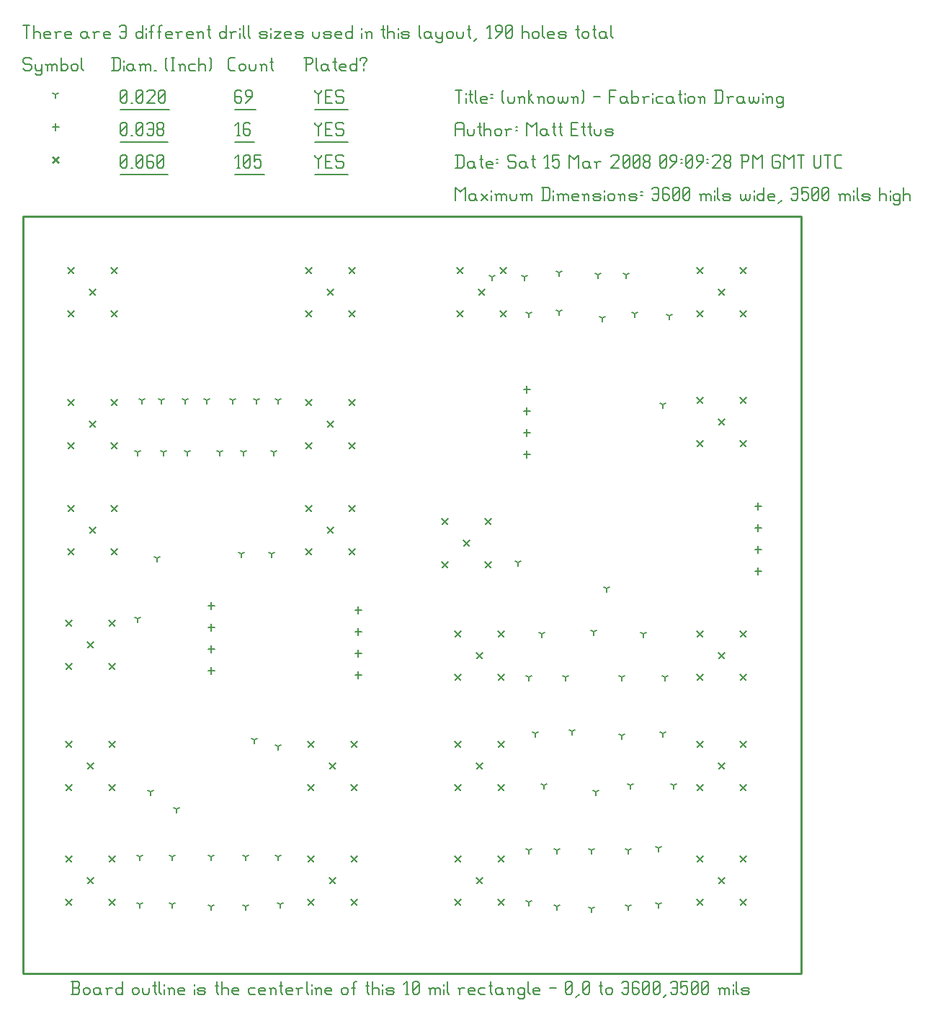
<source format=gbr>
G04 start of page 11 for group -3984 idx -3984
G04 Title: (unknown), fab *
G04 Creator: pcb 20080202 *
G04 CreationDate: Sat 15 Mar 2008 09:09:28 PM GMT UTC *
G04 For: matt *
G04 Format: Gerber/RS-274X *
G04 PCB-Dimensions: 360000 350000 *
G04 PCB-Coordinate-Origin: lower left *
%MOIN*%
%FSLAX24Y24*%
%LNFAB*%
%ADD11C,0.0100*%
%ADD29R,0.0080X0.0080*%
%ADD30C,0.0060*%
G54D29*G54D13*G36*
X19980Y5476D02*X20276Y5180D01*
X20220Y5123D01*
X19923Y5420D01*
X19980Y5476D01*
G37*
G54D29*G54D13*G36*
X19923Y5180D02*X20220Y5476D01*
X20276Y5420D01*
X19980Y5123D01*
X19923Y5180D01*
G37*
G54D29*G54D13*G36*
X21980Y5476D02*X22276Y5180D01*
X22220Y5123D01*
X21923Y5420D01*
X21980Y5476D01*
G37*
G54D29*G54D13*G36*
X21923Y5180D02*X22220Y5476D01*
X22276Y5420D01*
X21980Y5123D01*
X21923Y5180D01*
G37*
G54D29*G54D13*G36*
X21980Y3476D02*X22276Y3180D01*
X22220Y3123D01*
X21923Y3420D01*
X21980Y3476D01*
G37*
G54D29*G54D13*G36*
X21923Y3180D02*X22220Y3476D01*
X22276Y3420D01*
X21980Y3123D01*
X21923Y3180D01*
G37*
G54D29*G54D13*G36*
X19980Y3476D02*X20276Y3180D01*
X20220Y3123D01*
X19923Y3420D01*
X19980Y3476D01*
G37*
G54D29*G54D13*G36*
X19923Y3180D02*X20220Y3476D01*
X20276Y3420D01*
X19980Y3123D01*
X19923Y3180D01*
G37*
G54D29*G54D13*G36*
X20980Y4476D02*X21276Y4180D01*
X21220Y4123D01*
X20923Y4420D01*
X20980Y4476D01*
G37*
G54D29*G54D13*G36*
X20923Y4180D02*X21220Y4476D01*
X21276Y4420D01*
X20980Y4123D01*
X20923Y4180D01*
G37*
G54D29*G54D13*G36*
X31180Y10776D02*X31476Y10480D01*
X31420Y10423D01*
X31123Y10720D01*
X31180Y10776D01*
G37*
G54D29*G54D13*G36*
X31123Y10480D02*X31420Y10776D01*
X31476Y10720D01*
X31180Y10423D01*
X31123Y10480D01*
G37*
G54D29*G54D13*G36*
X33180Y10776D02*X33476Y10480D01*
X33420Y10423D01*
X33123Y10720D01*
X33180Y10776D01*
G37*
G54D29*G54D13*G36*
X33123Y10480D02*X33420Y10776D01*
X33476Y10720D01*
X33180Y10423D01*
X33123Y10480D01*
G37*
G54D29*G54D13*G36*
X33180Y8776D02*X33476Y8480D01*
X33420Y8423D01*
X33123Y8720D01*
X33180Y8776D01*
G37*
G54D29*G54D13*G36*
X33123Y8480D02*X33420Y8776D01*
X33476Y8720D01*
X33180Y8423D01*
X33123Y8480D01*
G37*
G54D29*G54D13*G36*
X31180Y8776D02*X31476Y8480D01*
X31420Y8423D01*
X31123Y8720D01*
X31180Y8776D01*
G37*
G54D29*G54D13*G36*
X31123Y8480D02*X31420Y8776D01*
X31476Y8720D01*
X31180Y8423D01*
X31123Y8480D01*
G37*
G54D29*G54D13*G36*
X32180Y9776D02*X32476Y9480D01*
X32420Y9423D01*
X32123Y9720D01*
X32180Y9776D01*
G37*
G54D29*G54D13*G36*
X32123Y9480D02*X32420Y9776D01*
X32476Y9720D01*
X32180Y9423D01*
X32123Y9480D01*
G37*
G54D29*G54D13*G36*
X19980Y10776D02*X20276Y10480D01*
X20220Y10423D01*
X19923Y10720D01*
X19980Y10776D01*
G37*
G54D29*G54D13*G36*
X19923Y10480D02*X20220Y10776D01*
X20276Y10720D01*
X19980Y10423D01*
X19923Y10480D01*
G37*
G54D29*G54D13*G36*
X21980Y10776D02*X22276Y10480D01*
X22220Y10423D01*
X21923Y10720D01*
X21980Y10776D01*
G37*
G54D29*G54D13*G36*
X21923Y10480D02*X22220Y10776D01*
X22276Y10720D01*
X21980Y10423D01*
X21923Y10480D01*
G37*
G54D29*G54D13*G36*
X21980Y8776D02*X22276Y8480D01*
X22220Y8423D01*
X21923Y8720D01*
X21980Y8776D01*
G37*
G54D29*G54D13*G36*
X21923Y8480D02*X22220Y8776D01*
X22276Y8720D01*
X21980Y8423D01*
X21923Y8480D01*
G37*
G54D29*G54D13*G36*
X19980Y8776D02*X20276Y8480D01*
X20220Y8423D01*
X19923Y8720D01*
X19980Y8776D01*
G37*
G54D29*G54D13*G36*
X19923Y8480D02*X20220Y8776D01*
X20276Y8720D01*
X19980Y8423D01*
X19923Y8480D01*
G37*
G54D29*G54D13*G36*
X20980Y9776D02*X21276Y9480D01*
X21220Y9423D01*
X20923Y9720D01*
X20980Y9776D01*
G37*
G54D29*G54D13*G36*
X20923Y9480D02*X21220Y9776D01*
X21276Y9720D01*
X20980Y9423D01*
X20923Y9480D01*
G37*
G54D29*G54D13*G36*
X19980Y15876D02*X20276Y15580D01*
X20220Y15523D01*
X19923Y15820D01*
X19980Y15876D01*
G37*
G54D29*G54D13*G36*
X19923Y15580D02*X20220Y15876D01*
X20276Y15820D01*
X19980Y15523D01*
X19923Y15580D01*
G37*
G54D29*G54D13*G36*
X21980Y15876D02*X22276Y15580D01*
X22220Y15523D01*
X21923Y15820D01*
X21980Y15876D01*
G37*
G54D29*G54D13*G36*
X21923Y15580D02*X22220Y15876D01*
X22276Y15820D01*
X21980Y15523D01*
X21923Y15580D01*
G37*
G54D29*G54D13*G36*
X21980Y13876D02*X22276Y13580D01*
X22220Y13523D01*
X21923Y13820D01*
X21980Y13876D01*
G37*
G54D29*G54D13*G36*
X21923Y13580D02*X22220Y13876D01*
X22276Y13820D01*
X21980Y13523D01*
X21923Y13580D01*
G37*
G54D29*G54D13*G36*
X19980Y13876D02*X20276Y13580D01*
X20220Y13523D01*
X19923Y13820D01*
X19980Y13876D01*
G37*
G54D29*G54D13*G36*
X19923Y13580D02*X20220Y13876D01*
X20276Y13820D01*
X19980Y13523D01*
X19923Y13580D01*
G37*
G54D29*G54D13*G36*
X20980Y14876D02*X21276Y14580D01*
X21220Y14523D01*
X20923Y14820D01*
X20980Y14876D01*
G37*
G54D29*G54D13*G36*
X20923Y14580D02*X21220Y14876D01*
X21276Y14820D01*
X20980Y14523D01*
X20923Y14580D01*
G37*
G54D29*G54D13*G36*
X31180Y26676D02*X31476Y26380D01*
X31420Y26323D01*
X31123Y26620D01*
X31180Y26676D01*
G37*
G54D29*G54D13*G36*
X31123Y26380D02*X31420Y26676D01*
X31476Y26620D01*
X31180Y26323D01*
X31123Y26380D01*
G37*
G54D29*G54D13*G36*
X33180Y26676D02*X33476Y26380D01*
X33420Y26323D01*
X33123Y26620D01*
X33180Y26676D01*
G37*
G54D29*G54D13*G36*
X33123Y26380D02*X33420Y26676D01*
X33476Y26620D01*
X33180Y26323D01*
X33123Y26380D01*
G37*
G54D29*G54D13*G36*
X33180Y24676D02*X33476Y24380D01*
X33420Y24323D01*
X33123Y24620D01*
X33180Y24676D01*
G37*
G54D29*G54D13*G36*
X33123Y24380D02*X33420Y24676D01*
X33476Y24620D01*
X33180Y24323D01*
X33123Y24380D01*
G37*
G54D29*G54D13*G36*
X31180Y24676D02*X31476Y24380D01*
X31420Y24323D01*
X31123Y24620D01*
X31180Y24676D01*
G37*
G54D29*G54D13*G36*
X31123Y24380D02*X31420Y24676D01*
X31476Y24620D01*
X31180Y24323D01*
X31123Y24380D01*
G37*
G54D29*G54D13*G36*
X32180Y25676D02*X32476Y25380D01*
X32420Y25323D01*
X32123Y25620D01*
X32180Y25676D01*
G37*
G54D29*G54D13*G36*
X32123Y25380D02*X32420Y25676D01*
X32476Y25620D01*
X32180Y25323D01*
X32123Y25380D01*
G37*
G54D29*G54D13*G36*
X31180Y5476D02*X31476Y5180D01*
X31420Y5123D01*
X31123Y5420D01*
X31180Y5476D01*
G37*
G54D29*G54D13*G36*
X31123Y5180D02*X31420Y5476D01*
X31476Y5420D01*
X31180Y5123D01*
X31123Y5180D01*
G37*
G54D29*G54D13*G36*
X33180Y5476D02*X33476Y5180D01*
X33420Y5123D01*
X33123Y5420D01*
X33180Y5476D01*
G37*
G54D29*G54D13*G36*
X33123Y5180D02*X33420Y5476D01*
X33476Y5420D01*
X33180Y5123D01*
X33123Y5180D01*
G37*
G54D29*G54D13*G36*
X33180Y3476D02*X33476Y3180D01*
X33420Y3123D01*
X33123Y3420D01*
X33180Y3476D01*
G37*
G54D29*G54D13*G36*
X33123Y3180D02*X33420Y3476D01*
X33476Y3420D01*
X33180Y3123D01*
X33123Y3180D01*
G37*
G54D29*G54D13*G36*
X31180Y3476D02*X31476Y3180D01*
X31420Y3123D01*
X31123Y3420D01*
X31180Y3476D01*
G37*
G54D29*G54D13*G36*
X31123Y3180D02*X31420Y3476D01*
X31476Y3420D01*
X31180Y3123D01*
X31123Y3180D01*
G37*
G54D29*G54D13*G36*
X32180Y4476D02*X32476Y4180D01*
X32420Y4123D01*
X32123Y4420D01*
X32180Y4476D01*
G37*
G54D29*G54D13*G36*
X32123Y4180D02*X32420Y4476D01*
X32476Y4420D01*
X32180Y4123D01*
X32123Y4180D01*
G37*
G54D29*G54D13*G36*
X1980Y3476D02*X2276Y3180D01*
X2220Y3123D01*
X1923Y3420D01*
X1980Y3476D01*
G37*
G54D29*G54D13*G36*
X1923Y3180D02*X2220Y3476D01*
X2276Y3420D01*
X1980Y3123D01*
X1923Y3180D01*
G37*
G54D29*G54D13*G36*
X1980Y5476D02*X2276Y5180D01*
X2220Y5123D01*
X1923Y5420D01*
X1980Y5476D01*
G37*
G54D29*G54D13*G36*
X1923Y5180D02*X2220Y5476D01*
X2276Y5420D01*
X1980Y5123D01*
X1923Y5180D01*
G37*
G54D29*G54D13*G36*
X3980Y5476D02*X4276Y5180D01*
X4220Y5123D01*
X3923Y5420D01*
X3980Y5476D01*
G37*
G54D29*G54D13*G36*
X3923Y5180D02*X4220Y5476D01*
X4276Y5420D01*
X3980Y5123D01*
X3923Y5180D01*
G37*
G54D29*G54D13*G36*
X3980Y3476D02*X4276Y3180D01*
X4220Y3123D01*
X3923Y3420D01*
X3980Y3476D01*
G37*
G54D29*G54D13*G36*
X3923Y3180D02*X4220Y3476D01*
X4276Y3420D01*
X3980Y3123D01*
X3923Y3180D01*
G37*
G54D29*G54D13*G36*
X2980Y4476D02*X3276Y4180D01*
X3220Y4123D01*
X2923Y4420D01*
X2980Y4476D01*
G37*
G54D29*G54D13*G36*
X2923Y4180D02*X3220Y4476D01*
X3276Y4420D01*
X2980Y4123D01*
X2923Y4180D01*
G37*
G54D29*G54D13*G36*
X13180Y10776D02*X13476Y10480D01*
X13420Y10423D01*
X13123Y10720D01*
X13180Y10776D01*
G37*
G54D29*G54D13*G36*
X13123Y10480D02*X13420Y10776D01*
X13476Y10720D01*
X13180Y10423D01*
X13123Y10480D01*
G37*
G54D29*G54D13*G36*
X15180Y10776D02*X15476Y10480D01*
X15420Y10423D01*
X15123Y10720D01*
X15180Y10776D01*
G37*
G54D29*G54D13*G36*
X15123Y10480D02*X15420Y10776D01*
X15476Y10720D01*
X15180Y10423D01*
X15123Y10480D01*
G37*
G54D29*G54D13*G36*
X15180Y8776D02*X15476Y8480D01*
X15420Y8423D01*
X15123Y8720D01*
X15180Y8776D01*
G37*
G54D29*G54D13*G36*
X15123Y8480D02*X15420Y8776D01*
X15476Y8720D01*
X15180Y8423D01*
X15123Y8480D01*
G37*
G54D29*G54D13*G36*
X13180Y8776D02*X13476Y8480D01*
X13420Y8423D01*
X13123Y8720D01*
X13180Y8776D01*
G37*
G54D29*G54D13*G36*
X13123Y8480D02*X13420Y8776D01*
X13476Y8720D01*
X13180Y8423D01*
X13123Y8480D01*
G37*
G54D29*G54D13*G36*
X14180Y9776D02*X14476Y9480D01*
X14420Y9423D01*
X14123Y9720D01*
X14180Y9776D01*
G37*
G54D29*G54D13*G36*
X14123Y9480D02*X14420Y9776D01*
X14476Y9720D01*
X14180Y9423D01*
X14123Y9480D01*
G37*
G54D29*G54D13*G36*
X19380Y21076D02*X19676Y20780D01*
X19620Y20723D01*
X19323Y21020D01*
X19380Y21076D01*
G37*
G54D29*G54D13*G36*
X19323Y20780D02*X19620Y21076D01*
X19676Y21020D01*
X19380Y20723D01*
X19323Y20780D01*
G37*
G54D29*G54D13*G36*
X21380Y21076D02*X21676Y20780D01*
X21620Y20723D01*
X21323Y21020D01*
X21380Y21076D01*
G37*
G54D29*G54D13*G36*
X21323Y20780D02*X21620Y21076D01*
X21676Y21020D01*
X21380Y20723D01*
X21323Y20780D01*
G37*
G54D29*G54D13*G36*
X21380Y19076D02*X21676Y18780D01*
X21620Y18723D01*
X21323Y19020D01*
X21380Y19076D01*
G37*
G54D29*G54D13*G36*
X21323Y18780D02*X21620Y19076D01*
X21676Y19020D01*
X21380Y18723D01*
X21323Y18780D01*
G37*
G54D29*G54D13*G36*
X19380Y19076D02*X19676Y18780D01*
X19620Y18723D01*
X19323Y19020D01*
X19380Y19076D01*
G37*
G54D29*G54D13*G36*
X19323Y18780D02*X19620Y19076D01*
X19676Y19020D01*
X19380Y18723D01*
X19323Y18780D01*
G37*
G54D29*G54D13*G36*
X20380Y20076D02*X20676Y19780D01*
X20620Y19723D01*
X20323Y20020D01*
X20380Y20076D01*
G37*
G54D29*G54D13*G36*
X20323Y19780D02*X20620Y20076D01*
X20676Y20020D01*
X20380Y19723D01*
X20323Y19780D01*
G37*
G54D29*G54D13*G36*
X13080Y26576D02*X13376Y26280D01*
X13320Y26223D01*
X13023Y26520D01*
X13080Y26576D01*
G37*
G54D29*G54D13*G36*
X13023Y26280D02*X13320Y26576D01*
X13376Y26520D01*
X13080Y26223D01*
X13023Y26280D01*
G37*
G54D29*G54D13*G36*
X15080Y26576D02*X15376Y26280D01*
X15320Y26223D01*
X15023Y26520D01*
X15080Y26576D01*
G37*
G54D29*G54D13*G36*
X15023Y26280D02*X15320Y26576D01*
X15376Y26520D01*
X15080Y26223D01*
X15023Y26280D01*
G37*
G54D29*G54D13*G36*
X15080Y24576D02*X15376Y24280D01*
X15320Y24223D01*
X15023Y24520D01*
X15080Y24576D01*
G37*
G54D29*G54D13*G36*
X15023Y24280D02*X15320Y24576D01*
X15376Y24520D01*
X15080Y24223D01*
X15023Y24280D01*
G37*
G54D29*G54D13*G36*
X13080Y24576D02*X13376Y24280D01*
X13320Y24223D01*
X13023Y24520D01*
X13080Y24576D01*
G37*
G54D29*G54D13*G36*
X13023Y24280D02*X13320Y24576D01*
X13376Y24520D01*
X13080Y24223D01*
X13023Y24280D01*
G37*
G54D29*G54D13*G36*
X14080Y25576D02*X14376Y25280D01*
X14320Y25223D01*
X14023Y25520D01*
X14080Y25576D01*
G37*
G54D29*G54D13*G36*
X14023Y25280D02*X14320Y25576D01*
X14376Y25520D01*
X14080Y25223D01*
X14023Y25280D01*
G37*
G54D29*G54D13*G36*
X31180Y32676D02*X31476Y32380D01*
X31420Y32323D01*
X31123Y32620D01*
X31180Y32676D01*
G37*
G54D29*G54D13*G36*
X31123Y32380D02*X31420Y32676D01*
X31476Y32620D01*
X31180Y32323D01*
X31123Y32380D01*
G37*
G54D29*G54D13*G36*
X33180Y32676D02*X33476Y32380D01*
X33420Y32323D01*
X33123Y32620D01*
X33180Y32676D01*
G37*
G54D29*G54D13*G36*
X33123Y32380D02*X33420Y32676D01*
X33476Y32620D01*
X33180Y32323D01*
X33123Y32380D01*
G37*
G54D29*G54D13*G36*
X33180Y30676D02*X33476Y30380D01*
X33420Y30323D01*
X33123Y30620D01*
X33180Y30676D01*
G37*
G54D29*G54D13*G36*
X33123Y30380D02*X33420Y30676D01*
X33476Y30620D01*
X33180Y30323D01*
X33123Y30380D01*
G37*
G54D29*G54D13*G36*
X31180Y30676D02*X31476Y30380D01*
X31420Y30323D01*
X31123Y30620D01*
X31180Y30676D01*
G37*
G54D29*G54D13*G36*
X31123Y30380D02*X31420Y30676D01*
X31476Y30620D01*
X31180Y30323D01*
X31123Y30380D01*
G37*
G54D29*G54D13*G36*
X32180Y31676D02*X32476Y31380D01*
X32420Y31323D01*
X32123Y31620D01*
X32180Y31676D01*
G37*
G54D29*G54D13*G36*
X32123Y31380D02*X32420Y31676D01*
X32476Y31620D01*
X32180Y31323D01*
X32123Y31380D01*
G37*
G54D29*G54D13*G36*
X31180Y15876D02*X31476Y15580D01*
X31420Y15523D01*
X31123Y15820D01*
X31180Y15876D01*
G37*
G54D29*G54D13*G36*
X31123Y15580D02*X31420Y15876D01*
X31476Y15820D01*
X31180Y15523D01*
X31123Y15580D01*
G37*
G54D29*G54D13*G36*
X33180Y15876D02*X33476Y15580D01*
X33420Y15523D01*
X33123Y15820D01*
X33180Y15876D01*
G37*
G54D29*G54D13*G36*
X33123Y15580D02*X33420Y15876D01*
X33476Y15820D01*
X33180Y15523D01*
X33123Y15580D01*
G37*
G54D29*G54D13*G36*
X33180Y13876D02*X33476Y13580D01*
X33420Y13523D01*
X33123Y13820D01*
X33180Y13876D01*
G37*
G54D29*G54D13*G36*
X33123Y13580D02*X33420Y13876D01*
X33476Y13820D01*
X33180Y13523D01*
X33123Y13580D01*
G37*
G54D29*G54D13*G36*
X31180Y13876D02*X31476Y13580D01*
X31420Y13523D01*
X31123Y13820D01*
X31180Y13876D01*
G37*
G54D29*G54D13*G36*
X31123Y13580D02*X31420Y13876D01*
X31476Y13820D01*
X31180Y13523D01*
X31123Y13580D01*
G37*
G54D29*G54D13*G36*
X32180Y14876D02*X32476Y14580D01*
X32420Y14523D01*
X32123Y14820D01*
X32180Y14876D01*
G37*
G54D29*G54D13*G36*
X32123Y14580D02*X32420Y14876D01*
X32476Y14820D01*
X32180Y14523D01*
X32123Y14580D01*
G37*
G54D29*G54D13*G36*
X2080Y26576D02*X2376Y26280D01*
X2320Y26223D01*
X2023Y26520D01*
X2080Y26576D01*
G37*
G54D29*G54D13*G36*
X2023Y26280D02*X2320Y26576D01*
X2376Y26520D01*
X2080Y26223D01*
X2023Y26280D01*
G37*
G54D29*G54D13*G36*
X4080Y26576D02*X4376Y26280D01*
X4320Y26223D01*
X4023Y26520D01*
X4080Y26576D01*
G37*
G54D29*G54D13*G36*
X4023Y26280D02*X4320Y26576D01*
X4376Y26520D01*
X4080Y26223D01*
X4023Y26280D01*
G37*
G54D29*G54D13*G36*
X4080Y24576D02*X4376Y24280D01*
X4320Y24223D01*
X4023Y24520D01*
X4080Y24576D01*
G37*
G54D29*G54D13*G36*
X4023Y24280D02*X4320Y24576D01*
X4376Y24520D01*
X4080Y24223D01*
X4023Y24280D01*
G37*
G54D29*G54D13*G36*
X2080Y24576D02*X2376Y24280D01*
X2320Y24223D01*
X2023Y24520D01*
X2080Y24576D01*
G37*
G54D29*G54D13*G36*
X2023Y24280D02*X2320Y24576D01*
X2376Y24520D01*
X2080Y24223D01*
X2023Y24280D01*
G37*
G54D29*G54D13*G36*
X3080Y25576D02*X3376Y25280D01*
X3320Y25223D01*
X3023Y25520D01*
X3080Y25576D01*
G37*
G54D29*G54D13*G36*
X3023Y25280D02*X3320Y25576D01*
X3376Y25520D01*
X3080Y25223D01*
X3023Y25280D01*
G37*
G54D29*G54D13*G36*
X1980Y16376D02*X2276Y16080D01*
X2220Y16023D01*
X1923Y16320D01*
X1980Y16376D01*
G37*
G54D29*G54D13*G36*
X1923Y16080D02*X2220Y16376D01*
X2276Y16320D01*
X1980Y16023D01*
X1923Y16080D01*
G37*
G54D29*G54D13*G36*
X3980Y16376D02*X4276Y16080D01*
X4220Y16023D01*
X3923Y16320D01*
X3980Y16376D01*
G37*
G54D29*G54D13*G36*
X3923Y16080D02*X4220Y16376D01*
X4276Y16320D01*
X3980Y16023D01*
X3923Y16080D01*
G37*
G54D29*G54D13*G36*
X3980Y14376D02*X4276Y14080D01*
X4220Y14023D01*
X3923Y14320D01*
X3980Y14376D01*
G37*
G54D29*G54D13*G36*
X3923Y14080D02*X4220Y14376D01*
X4276Y14320D01*
X3980Y14023D01*
X3923Y14080D01*
G37*
G54D29*G54D13*G36*
X1980Y14376D02*X2276Y14080D01*
X2220Y14023D01*
X1923Y14320D01*
X1980Y14376D01*
G37*
G54D29*G54D13*G36*
X1923Y14080D02*X2220Y14376D01*
X2276Y14320D01*
X1980Y14023D01*
X1923Y14080D01*
G37*
G54D29*G54D13*G36*
X2980Y15376D02*X3276Y15080D01*
X3220Y15023D01*
X2923Y15320D01*
X2980Y15376D01*
G37*
G54D29*G54D13*G36*
X2923Y15080D02*X3220Y15376D01*
X3276Y15320D01*
X2980Y15023D01*
X2923Y15080D01*
G37*
G54D29*G54D13*G36*
X13180Y5476D02*X13476Y5180D01*
X13420Y5123D01*
X13123Y5420D01*
X13180Y5476D01*
G37*
G54D29*G54D13*G36*
X13123Y5180D02*X13420Y5476D01*
X13476Y5420D01*
X13180Y5123D01*
X13123Y5180D01*
G37*
G54D29*G54D13*G36*
X15180Y5476D02*X15476Y5180D01*
X15420Y5123D01*
X15123Y5420D01*
X15180Y5476D01*
G37*
G54D29*G54D13*G36*
X15123Y5180D02*X15420Y5476D01*
X15476Y5420D01*
X15180Y5123D01*
X15123Y5180D01*
G37*
G54D29*G54D13*G36*
X15180Y3476D02*X15476Y3180D01*
X15420Y3123D01*
X15123Y3420D01*
X15180Y3476D01*
G37*
G54D29*G54D13*G36*
X15123Y3180D02*X15420Y3476D01*
X15476Y3420D01*
X15180Y3123D01*
X15123Y3180D01*
G37*
G54D29*G54D13*G36*
X13180Y3476D02*X13476Y3180D01*
X13420Y3123D01*
X13123Y3420D01*
X13180Y3476D01*
G37*
G54D29*G54D13*G36*
X13123Y3180D02*X13420Y3476D01*
X13476Y3420D01*
X13180Y3123D01*
X13123Y3180D01*
G37*
G54D29*G54D13*G36*
X14180Y4476D02*X14476Y4180D01*
X14420Y4123D01*
X14123Y4420D01*
X14180Y4476D01*
G37*
G54D29*G54D13*G36*
X14123Y4180D02*X14420Y4476D01*
X14476Y4420D01*
X14180Y4123D01*
X14123Y4180D01*
G37*
G54D29*G54D13*G36*
X2080Y21676D02*X2376Y21380D01*
X2320Y21323D01*
X2023Y21620D01*
X2080Y21676D01*
G37*
G54D29*G54D13*G36*
X2023Y21380D02*X2320Y21676D01*
X2376Y21620D01*
X2080Y21323D01*
X2023Y21380D01*
G37*
G54D29*G54D13*G36*
X4080Y21676D02*X4376Y21380D01*
X4320Y21323D01*
X4023Y21620D01*
X4080Y21676D01*
G37*
G54D29*G54D13*G36*
X4023Y21380D02*X4320Y21676D01*
X4376Y21620D01*
X4080Y21323D01*
X4023Y21380D01*
G37*
G54D29*G54D13*G36*
X4080Y19676D02*X4376Y19380D01*
X4320Y19323D01*
X4023Y19620D01*
X4080Y19676D01*
G37*
G54D29*G54D13*G36*
X4023Y19380D02*X4320Y19676D01*
X4376Y19620D01*
X4080Y19323D01*
X4023Y19380D01*
G37*
G54D29*G54D13*G36*
X2080Y19676D02*X2376Y19380D01*
X2320Y19323D01*
X2023Y19620D01*
X2080Y19676D01*
G37*
G54D29*G54D13*G36*
X2023Y19380D02*X2320Y19676D01*
X2376Y19620D01*
X2080Y19323D01*
X2023Y19380D01*
G37*
G54D29*G54D13*G36*
X3080Y20676D02*X3376Y20380D01*
X3320Y20323D01*
X3023Y20620D01*
X3080Y20676D01*
G37*
G54D29*G54D13*G36*
X3023Y20380D02*X3320Y20676D01*
X3376Y20620D01*
X3080Y20323D01*
X3023Y20380D01*
G37*
G54D29*G54D13*G36*
X13080Y21676D02*X13376Y21380D01*
X13320Y21323D01*
X13023Y21620D01*
X13080Y21676D01*
G37*
G54D29*G54D13*G36*
X13023Y21380D02*X13320Y21676D01*
X13376Y21620D01*
X13080Y21323D01*
X13023Y21380D01*
G37*
G54D29*G54D13*G36*
X15080Y21676D02*X15376Y21380D01*
X15320Y21323D01*
X15023Y21620D01*
X15080Y21676D01*
G37*
G54D29*G54D13*G36*
X15023Y21380D02*X15320Y21676D01*
X15376Y21620D01*
X15080Y21323D01*
X15023Y21380D01*
G37*
G54D29*G54D13*G36*
X15080Y19676D02*X15376Y19380D01*
X15320Y19323D01*
X15023Y19620D01*
X15080Y19676D01*
G37*
G54D29*G54D13*G36*
X15023Y19380D02*X15320Y19676D01*
X15376Y19620D01*
X15080Y19323D01*
X15023Y19380D01*
G37*
G54D29*G54D13*G36*
X13080Y19676D02*X13376Y19380D01*
X13320Y19323D01*
X13023Y19620D01*
X13080Y19676D01*
G37*
G54D29*G54D13*G36*
X13023Y19380D02*X13320Y19676D01*
X13376Y19620D01*
X13080Y19323D01*
X13023Y19380D01*
G37*
G54D29*G54D13*G36*
X14080Y20676D02*X14376Y20380D01*
X14320Y20323D01*
X14023Y20620D01*
X14080Y20676D01*
G37*
G54D29*G54D13*G36*
X14023Y20380D02*X14320Y20676D01*
X14376Y20620D01*
X14080Y20323D01*
X14023Y20380D01*
G37*
G54D29*G54D13*G36*
X1980Y10776D02*X2276Y10480D01*
X2220Y10423D01*
X1923Y10720D01*
X1980Y10776D01*
G37*
G54D29*G54D13*G36*
X1923Y10480D02*X2220Y10776D01*
X2276Y10720D01*
X1980Y10423D01*
X1923Y10480D01*
G37*
G54D29*G54D13*G36*
X3980Y10776D02*X4276Y10480D01*
X4220Y10423D01*
X3923Y10720D01*
X3980Y10776D01*
G37*
G54D29*G54D13*G36*
X3923Y10480D02*X4220Y10776D01*
X4276Y10720D01*
X3980Y10423D01*
X3923Y10480D01*
G37*
G54D29*G54D13*G36*
X3980Y8776D02*X4276Y8480D01*
X4220Y8423D01*
X3923Y8720D01*
X3980Y8776D01*
G37*
G54D29*G54D13*G36*
X3923Y8480D02*X4220Y8776D01*
X4276Y8720D01*
X3980Y8423D01*
X3923Y8480D01*
G37*
G54D29*G54D13*G36*
X1980Y8776D02*X2276Y8480D01*
X2220Y8423D01*
X1923Y8720D01*
X1980Y8776D01*
G37*
G54D29*G54D13*G36*
X1923Y8480D02*X2220Y8776D01*
X2276Y8720D01*
X1980Y8423D01*
X1923Y8480D01*
G37*
G54D29*G54D13*G36*
X2980Y9776D02*X3276Y9480D01*
X3220Y9423D01*
X2923Y9720D01*
X2980Y9776D01*
G37*
G54D29*G54D13*G36*
X2923Y9480D02*X3220Y9776D01*
X3276Y9720D01*
X2980Y9423D01*
X2923Y9480D01*
G37*
G54D29*G54D13*G36*
X20080Y32676D02*X20376Y32380D01*
X20320Y32323D01*
X20023Y32620D01*
X20080Y32676D01*
G37*
G54D29*G54D13*G36*
X20023Y32380D02*X20320Y32676D01*
X20376Y32620D01*
X20080Y32323D01*
X20023Y32380D01*
G37*
G54D29*G54D13*G36*
X22080Y32676D02*X22376Y32380D01*
X22320Y32323D01*
X22023Y32620D01*
X22080Y32676D01*
G37*
G54D29*G54D13*G36*
X22023Y32380D02*X22320Y32676D01*
X22376Y32620D01*
X22080Y32323D01*
X22023Y32380D01*
G37*
G54D29*G54D13*G36*
X22080Y30676D02*X22376Y30380D01*
X22320Y30323D01*
X22023Y30620D01*
X22080Y30676D01*
G37*
G54D29*G54D13*G36*
X22023Y30380D02*X22320Y30676D01*
X22376Y30620D01*
X22080Y30323D01*
X22023Y30380D01*
G37*
G54D29*G54D13*G36*
X20080Y30676D02*X20376Y30380D01*
X20320Y30323D01*
X20023Y30620D01*
X20080Y30676D01*
G37*
G54D29*G54D13*G36*
X20023Y30380D02*X20320Y30676D01*
X20376Y30620D01*
X20080Y30323D01*
X20023Y30380D01*
G37*
G54D29*G54D13*G36*
X21080Y31676D02*X21376Y31380D01*
X21320Y31323D01*
X21023Y31620D01*
X21080Y31676D01*
G37*
G54D29*G54D13*G36*
X21023Y31380D02*X21320Y31676D01*
X21376Y31620D01*
X21080Y31323D01*
X21023Y31380D01*
G37*
G54D29*G54D13*G36*
X13080Y32676D02*X13376Y32380D01*
X13320Y32323D01*
X13023Y32620D01*
X13080Y32676D01*
G37*
G54D29*G54D13*G36*
X13023Y32380D02*X13320Y32676D01*
X13376Y32620D01*
X13080Y32323D01*
X13023Y32380D01*
G37*
G54D29*G54D13*G36*
X15080Y32676D02*X15376Y32380D01*
X15320Y32323D01*
X15023Y32620D01*
X15080Y32676D01*
G37*
G54D29*G54D13*G36*
X15023Y32380D02*X15320Y32676D01*
X15376Y32620D01*
X15080Y32323D01*
X15023Y32380D01*
G37*
G54D29*G54D13*G36*
X15080Y30676D02*X15376Y30380D01*
X15320Y30323D01*
X15023Y30620D01*
X15080Y30676D01*
G37*
G54D29*G54D13*G36*
X15023Y30380D02*X15320Y30676D01*
X15376Y30620D01*
X15080Y30323D01*
X15023Y30380D01*
G37*
G54D29*G54D13*G36*
X13080Y30676D02*X13376Y30380D01*
X13320Y30323D01*
X13023Y30620D01*
X13080Y30676D01*
G37*
G54D29*G54D13*G36*
X13023Y30380D02*X13320Y30676D01*
X13376Y30620D01*
X13080Y30323D01*
X13023Y30380D01*
G37*
G54D29*G54D13*G36*
X14080Y31676D02*X14376Y31380D01*
X14320Y31323D01*
X14023Y31620D01*
X14080Y31676D01*
G37*
G54D29*G54D13*G36*
X14023Y31380D02*X14320Y31676D01*
X14376Y31620D01*
X14080Y31323D01*
X14023Y31380D01*
G37*
G54D29*G54D13*G36*
X2080Y32676D02*X2376Y32380D01*
X2320Y32323D01*
X2023Y32620D01*
X2080Y32676D01*
G37*
G54D29*G54D13*G36*
X2023Y32380D02*X2320Y32676D01*
X2376Y32620D01*
X2080Y32323D01*
X2023Y32380D01*
G37*
G54D29*G54D13*G36*
X4080Y32676D02*X4376Y32380D01*
X4320Y32323D01*
X4023Y32620D01*
X4080Y32676D01*
G37*
G54D29*G54D13*G36*
X4023Y32380D02*X4320Y32676D01*
X4376Y32620D01*
X4080Y32323D01*
X4023Y32380D01*
G37*
G54D29*G54D13*G36*
X4080Y30676D02*X4376Y30380D01*
X4320Y30323D01*
X4023Y30620D01*
X4080Y30676D01*
G37*
G54D29*G54D13*G36*
X4023Y30380D02*X4320Y30676D01*
X4376Y30620D01*
X4080Y30323D01*
X4023Y30380D01*
G37*
G54D29*G54D13*G36*
X2080Y30676D02*X2376Y30380D01*
X2320Y30323D01*
X2023Y30620D01*
X2080Y30676D01*
G37*
G54D29*G54D13*G36*
X2023Y30380D02*X2320Y30676D01*
X2376Y30620D01*
X2080Y30323D01*
X2023Y30380D01*
G37*
G54D29*G54D13*G36*
X3080Y31676D02*X3376Y31380D01*
X3320Y31323D01*
X3023Y31620D01*
X3080Y31676D01*
G37*
G54D29*G54D13*G36*
X3023Y31380D02*X3320Y31676D01*
X3376Y31620D01*
X3080Y31323D01*
X3023Y31380D01*
G37*
G54D29*G54D13*G36*
X1380Y37801D02*X1676Y37505D01*
X1620Y37448D01*
X1323Y37745D01*
X1380Y37801D01*
G37*
G54D29*G54D13*G36*
X1323Y37505D02*X1620Y37801D01*
X1676Y37745D01*
X1380Y37448D01*
X1323Y37505D01*
G37*
G54D30*X13500Y37850D02*Y37775D01*
X13650Y37625D01*
X13800Y37775D01*
Y37850D02*Y37775D01*
X13650Y37625D02*Y37250D01*
X13980Y37550D02*X14205D01*
X13980Y37250D02*X14280D01*
X13980Y37850D02*Y37250D01*
Y37850D02*X14280D01*
X14760D02*X14835Y37775D01*
X14535Y37850D02*X14760D01*
X14460Y37775D02*X14535Y37850D01*
X14460Y37775D02*Y37625D01*
X14535Y37550D01*
X14760D01*
X14835Y37475D01*
Y37325D01*
X14760Y37250D02*X14835Y37325D01*
X14535Y37250D02*X14760D01*
X14460Y37325D02*X14535Y37250D01*
X13500Y36924D02*X15015D01*
X9875Y37250D02*X10025D01*
X9950Y37850D02*Y37250D01*
X9800Y37700D02*X9950Y37850D01*
X10205Y37325D02*X10280Y37250D01*
X10205Y37775D02*Y37325D01*
Y37775D02*X10280Y37850D01*
X10430D01*
X10505Y37775D01*
Y37325D01*
X10430Y37250D02*X10505Y37325D01*
X10280Y37250D02*X10430D01*
X10205Y37400D02*X10505Y37700D01*
X10685Y37850D02*X10985D01*
X10685D02*Y37550D01*
X10760Y37625D01*
X10910D01*
X10985Y37550D01*
Y37325D01*
X10910Y37250D02*X10985Y37325D01*
X10760Y37250D02*X10910D01*
X10685Y37325D02*X10760Y37250D01*
X9800Y36924D02*X11165D01*
X4500Y37325D02*X4575Y37250D01*
X4500Y37775D02*Y37325D01*
Y37775D02*X4575Y37850D01*
X4725D01*
X4800Y37775D01*
Y37325D01*
X4725Y37250D02*X4800Y37325D01*
X4575Y37250D02*X4725D01*
X4500Y37400D02*X4800Y37700D01*
X4980Y37250D02*X5055D01*
X5235Y37325D02*X5310Y37250D01*
X5235Y37775D02*Y37325D01*
Y37775D02*X5310Y37850D01*
X5460D01*
X5535Y37775D01*
Y37325D01*
X5460Y37250D02*X5535Y37325D01*
X5310Y37250D02*X5460D01*
X5235Y37400D02*X5535Y37700D01*
X5940Y37850D02*X6015Y37775D01*
X5790Y37850D02*X5940D01*
X5715Y37775D02*X5790Y37850D01*
X5715Y37775D02*Y37325D01*
X5790Y37250D01*
X5940Y37550D02*X6015Y37475D01*
X5715Y37550D02*X5940D01*
X5790Y37250D02*X5940D01*
X6015Y37325D01*
Y37475D02*Y37325D01*
X6195D02*X6270Y37250D01*
X6195Y37775D02*Y37325D01*
Y37775D02*X6270Y37850D01*
X6420D01*
X6495Y37775D01*
Y37325D01*
X6420Y37250D02*X6495Y37325D01*
X6270Y37250D02*X6420D01*
X6195Y37400D02*X6495Y37700D01*
X4500Y36924D02*X6675D01*
X15500Y13960D02*Y13640D01*
X15340Y13800D02*X15660D01*
X15500Y14960D02*Y14640D01*
X15340Y14800D02*X15660D01*
X15500Y15960D02*Y15640D01*
X15340Y15800D02*X15660D01*
X15500Y16960D02*Y16640D01*
X15340Y16800D02*X15660D01*
X23300Y27160D02*Y26840D01*
X23140Y27000D02*X23460D01*
X23300Y26160D02*Y25840D01*
X23140Y26000D02*X23460D01*
X23300Y25160D02*Y24840D01*
X23140Y25000D02*X23460D01*
X23300Y24160D02*Y23840D01*
X23140Y24000D02*X23460D01*
X8700Y17160D02*Y16840D01*
X8540Y17000D02*X8860D01*
X8700Y16160D02*Y15840D01*
X8540Y16000D02*X8860D01*
X8700Y15160D02*Y14840D01*
X8540Y15000D02*X8860D01*
X8700Y14160D02*Y13840D01*
X8540Y14000D02*X8860D01*
X34000Y18760D02*Y18440D01*
X33840Y18600D02*X34160D01*
X34000Y19760D02*Y19440D01*
X33840Y19600D02*X34160D01*
X34000Y20760D02*Y20440D01*
X33840Y20600D02*X34160D01*
X34000Y21760D02*Y21440D01*
X33840Y21600D02*X34160D01*
X1500Y39285D02*Y38965D01*
X1340Y39125D02*X1660D01*
X13500Y39350D02*Y39275D01*
X13650Y39125D01*
X13800Y39275D01*
Y39350D02*Y39275D01*
X13650Y39125D02*Y38750D01*
X13980Y39050D02*X14205D01*
X13980Y38750D02*X14280D01*
X13980Y39350D02*Y38750D01*
Y39350D02*X14280D01*
X14760D02*X14835Y39275D01*
X14535Y39350D02*X14760D01*
X14460Y39275D02*X14535Y39350D01*
X14460Y39275D02*Y39125D01*
X14535Y39050D01*
X14760D01*
X14835Y38975D01*
Y38825D01*
X14760Y38750D02*X14835Y38825D01*
X14535Y38750D02*X14760D01*
X14460Y38825D02*X14535Y38750D01*
X13500Y38424D02*X15015D01*
X9875Y38750D02*X10025D01*
X9950Y39350D02*Y38750D01*
X9800Y39200D02*X9950Y39350D01*
X10430D02*X10505Y39275D01*
X10280Y39350D02*X10430D01*
X10205Y39275D02*X10280Y39350D01*
X10205Y39275D02*Y38825D01*
X10280Y38750D01*
X10430Y39050D02*X10505Y38975D01*
X10205Y39050D02*X10430D01*
X10280Y38750D02*X10430D01*
X10505Y38825D01*
Y38975D02*Y38825D01*
X9800Y38424D02*X10685D01*
X4500Y38825D02*X4575Y38750D01*
X4500Y39275D02*Y38825D01*
Y39275D02*X4575Y39350D01*
X4725D01*
X4800Y39275D01*
Y38825D01*
X4725Y38750D02*X4800Y38825D01*
X4575Y38750D02*X4725D01*
X4500Y38900D02*X4800Y39200D01*
X4980Y38750D02*X5055D01*
X5235Y38825D02*X5310Y38750D01*
X5235Y39275D02*Y38825D01*
Y39275D02*X5310Y39350D01*
X5460D01*
X5535Y39275D01*
Y38825D01*
X5460Y38750D02*X5535Y38825D01*
X5310Y38750D02*X5460D01*
X5235Y38900D02*X5535Y39200D01*
X5715Y39275D02*X5790Y39350D01*
X5940D01*
X6015Y39275D01*
Y38825D01*
X5940Y38750D02*X6015Y38825D01*
X5790Y38750D02*X5940D01*
X5715Y38825D02*X5790Y38750D01*
Y39050D02*X6015D01*
X6195Y38825D02*X6270Y38750D01*
X6195Y38975D02*Y38825D01*
Y38975D02*X6270Y39050D01*
X6420D01*
X6495Y38975D01*
Y38825D01*
X6420Y38750D02*X6495Y38825D01*
X6270Y38750D02*X6420D01*
X6195Y39125D02*X6270Y39050D01*
X6195Y39275D02*Y39125D01*
Y39275D02*X6270Y39350D01*
X6420D01*
X6495Y39275D01*
Y39125D01*
X6420Y39050D02*X6495Y39125D01*
X4500Y38424D02*X6675D01*
X6200Y19200D02*Y19040D01*
Y19200D02*X6338Y19280D01*
X6200Y19200D02*X6061Y19280D01*
X10100Y19400D02*Y19240D01*
Y19400D02*X10238Y19480D01*
X10100Y19400D02*X9961Y19480D01*
X11500Y19400D02*Y19240D01*
Y19400D02*X11638Y19480D01*
X11500Y19400D02*X11361Y19480D01*
X5300Y24100D02*Y23940D01*
Y24100D02*X5438Y24180D01*
X5300Y24100D02*X5161Y24180D01*
X6500Y24100D02*Y23940D01*
Y24100D02*X6638Y24180D01*
X6500Y24100D02*X6361Y24180D01*
X7600Y24100D02*Y23940D01*
Y24100D02*X7738Y24180D01*
X7600Y24100D02*X7461Y24180D01*
X9100Y24100D02*Y23940D01*
Y24100D02*X9238Y24180D01*
X9100Y24100D02*X8961Y24180D01*
X10200Y24100D02*Y23940D01*
Y24100D02*X10338Y24180D01*
X10200Y24100D02*X10061Y24180D01*
X11600Y24100D02*Y23940D01*
Y24100D02*X11738Y24180D01*
X11600Y24100D02*X11461Y24180D01*
X5500Y26500D02*Y26340D01*
Y26500D02*X5638Y26580D01*
X5500Y26500D02*X5361Y26580D01*
X6400Y26500D02*Y26340D01*
Y26500D02*X6538Y26580D01*
X6400Y26500D02*X6261Y26580D01*
X7500Y26500D02*Y26340D01*
Y26500D02*X7638Y26580D01*
X7500Y26500D02*X7361Y26580D01*
X8500Y26500D02*Y26340D01*
Y26500D02*X8638Y26580D01*
X8500Y26500D02*X8361Y26580D01*
X9700Y26500D02*Y26340D01*
Y26500D02*X9838Y26580D01*
X9700Y26500D02*X9561Y26580D01*
X10800Y26500D02*Y26340D01*
Y26500D02*X10938Y26580D01*
X10800Y26500D02*X10661Y26580D01*
X11800Y26500D02*Y26340D01*
Y26500D02*X11938Y26580D01*
X11800Y26500D02*X11661Y26580D01*
X5300Y16400D02*Y16240D01*
Y16400D02*X5438Y16480D01*
X5300Y16400D02*X5161Y16480D01*
X5900Y8400D02*Y8240D01*
Y8400D02*X6038Y8480D01*
X5900Y8400D02*X5761Y8480D01*
X7100Y7600D02*Y7440D01*
Y7600D02*X7238Y7680D01*
X7100Y7600D02*X6961Y7680D01*
X10700Y10800D02*Y10640D01*
Y10800D02*X10838Y10880D01*
X10700Y10800D02*X10561Y10880D01*
X11800Y10500D02*Y10340D01*
Y10500D02*X11938Y10580D01*
X11800Y10500D02*X11661Y10580D01*
X5400Y5400D02*Y5240D01*
Y5400D02*X5538Y5480D01*
X5400Y5400D02*X5261Y5480D01*
X6900Y5400D02*Y5240D01*
Y5400D02*X7038Y5480D01*
X6900Y5400D02*X6761Y5480D01*
X8700Y5400D02*Y5240D01*
Y5400D02*X8838Y5480D01*
X8700Y5400D02*X8561Y5480D01*
X10300Y5400D02*Y5240D01*
Y5400D02*X10438Y5480D01*
X10300Y5400D02*X10161Y5480D01*
X11800Y5400D02*Y5240D01*
Y5400D02*X11938Y5480D01*
X11800Y5400D02*X11661Y5480D01*
X11900Y3200D02*Y3040D01*
Y3200D02*X12038Y3280D01*
X11900Y3200D02*X11761Y3280D01*
X10300Y3100D02*Y2940D01*
Y3100D02*X10438Y3180D01*
X10300Y3100D02*X10161Y3180D01*
X8700Y3100D02*Y2940D01*
Y3100D02*X8838Y3180D01*
X8700Y3100D02*X8561Y3180D01*
X6900Y3200D02*Y3040D01*
Y3200D02*X7038Y3280D01*
X6900Y3200D02*X6761Y3280D01*
X5400Y3200D02*Y3040D01*
Y3200D02*X5538Y3280D01*
X5400Y3200D02*X5261Y3280D01*
X23400Y5700D02*Y5540D01*
Y5700D02*X23538Y5780D01*
X23400Y5700D02*X23261Y5780D01*
X24700Y5700D02*Y5540D01*
Y5700D02*X24838Y5780D01*
X24700Y5700D02*X24561Y5780D01*
X26300Y5700D02*Y5540D01*
Y5700D02*X26438Y5780D01*
X26300Y5700D02*X26161Y5780D01*
X28000Y5700D02*Y5540D01*
Y5700D02*X28138Y5780D01*
X28000Y5700D02*X27861Y5780D01*
X29400Y5800D02*Y5640D01*
Y5800D02*X29538Y5880D01*
X29400Y5800D02*X29261Y5880D01*
X29400Y3200D02*Y3040D01*
Y3200D02*X29538Y3280D01*
X29400Y3200D02*X29261Y3280D01*
X28000Y3100D02*Y2940D01*
Y3100D02*X28138Y3180D01*
X28000Y3100D02*X27861Y3180D01*
X26300Y3000D02*Y2840D01*
Y3000D02*X26438Y3080D01*
X26300Y3000D02*X26161Y3080D01*
X24700Y3100D02*Y2940D01*
Y3100D02*X24838Y3180D01*
X24700Y3100D02*X24561Y3180D01*
X23400Y3300D02*Y3140D01*
Y3300D02*X23538Y3380D01*
X23400Y3300D02*X23261Y3380D01*
X23700Y11100D02*Y10940D01*
Y11100D02*X23838Y11180D01*
X23700Y11100D02*X23561Y11180D01*
X25400Y11200D02*Y11040D01*
Y11200D02*X25538Y11280D01*
X25400Y11200D02*X25261Y11280D01*
X27700Y11000D02*Y10840D01*
Y11000D02*X27838Y11080D01*
X27700Y11000D02*X27561Y11080D01*
X29600Y11100D02*Y10940D01*
Y11100D02*X29738Y11180D01*
X29600Y11100D02*X29461Y11180D01*
X30100Y8700D02*Y8540D01*
Y8700D02*X30238Y8780D01*
X30100Y8700D02*X29961Y8780D01*
X28100Y8700D02*Y8540D01*
Y8700D02*X28238Y8780D01*
X28100Y8700D02*X27961Y8780D01*
X26500Y8400D02*Y8240D01*
Y8400D02*X26638Y8480D01*
X26500Y8400D02*X26361Y8480D01*
X24100Y8700D02*Y8540D01*
Y8700D02*X24238Y8780D01*
X24100Y8700D02*X23961Y8780D01*
X23400Y13700D02*Y13540D01*
Y13700D02*X23538Y13780D01*
X23400Y13700D02*X23261Y13780D01*
X25100Y13700D02*Y13540D01*
Y13700D02*X25238Y13780D01*
X25100Y13700D02*X24961Y13780D01*
X27700Y13700D02*Y13540D01*
Y13700D02*X27838Y13780D01*
X27700Y13700D02*X27561Y13780D01*
X29700Y13700D02*Y13540D01*
Y13700D02*X29838Y13780D01*
X29700Y13700D02*X29561Y13780D01*
X28700Y15700D02*Y15540D01*
Y15700D02*X28838Y15780D01*
X28700Y15700D02*X28561Y15780D01*
X26400Y15800D02*Y15640D01*
Y15800D02*X26538Y15880D01*
X26400Y15800D02*X26261Y15880D01*
X24000Y15700D02*Y15540D01*
Y15700D02*X24138Y15780D01*
X24000Y15700D02*X23861Y15780D01*
X22900Y19000D02*Y18840D01*
Y19000D02*X23038Y19080D01*
X22900Y19000D02*X22761Y19080D01*
X29600Y26300D02*Y26140D01*
Y26300D02*X29738Y26380D01*
X29600Y26300D02*X29461Y26380D01*
X23400Y30500D02*Y30340D01*
Y30500D02*X23538Y30580D01*
X23400Y30500D02*X23261Y30580D01*
X24800Y30600D02*Y30440D01*
Y30600D02*X24938Y30680D01*
X24800Y30600D02*X24661Y30680D01*
X26800Y30300D02*Y30140D01*
Y30300D02*X26938Y30380D01*
X26800Y30300D02*X26661Y30380D01*
X28300Y30500D02*Y30340D01*
Y30500D02*X28438Y30580D01*
X28300Y30500D02*X28161Y30580D01*
X29900Y30400D02*Y30240D01*
Y30400D02*X30038Y30480D01*
X29900Y30400D02*X29761Y30480D01*
X26600Y32300D02*Y32140D01*
Y32300D02*X26738Y32380D01*
X26600Y32300D02*X26461Y32380D01*
X24800Y32400D02*Y32240D01*
Y32400D02*X24938Y32480D01*
X24800Y32400D02*X24661Y32480D01*
X23200Y32200D02*Y32040D01*
Y32200D02*X23338Y32280D01*
X23200Y32200D02*X23061Y32280D01*
X21700Y32200D02*Y32040D01*
Y32200D02*X21838Y32280D01*
X21700Y32200D02*X21561Y32280D01*
X27900Y32300D02*Y32140D01*
Y32300D02*X28038Y32380D01*
X27900Y32300D02*X27761Y32380D01*
X27000Y17800D02*Y17640D01*
Y17800D02*X27138Y17880D01*
X27000Y17800D02*X26861Y17880D01*
X1500Y40625D02*Y40465D01*
Y40625D02*X1638Y40705D01*
X1500Y40625D02*X1361Y40705D01*
X13500Y40850D02*Y40775D01*
X13650Y40625D01*
X13800Y40775D01*
Y40850D02*Y40775D01*
X13650Y40625D02*Y40250D01*
X13980Y40550D02*X14205D01*
X13980Y40250D02*X14280D01*
X13980Y40850D02*Y40250D01*
Y40850D02*X14280D01*
X14760D02*X14835Y40775D01*
X14535Y40850D02*X14760D01*
X14460Y40775D02*X14535Y40850D01*
X14460Y40775D02*Y40625D01*
X14535Y40550D01*
X14760D01*
X14835Y40475D01*
Y40325D01*
X14760Y40250D02*X14835Y40325D01*
X14535Y40250D02*X14760D01*
X14460Y40325D02*X14535Y40250D01*
X13500Y39924D02*X15015D01*
X10025Y40850D02*X10100Y40775D01*
X9875Y40850D02*X10025D01*
X9800Y40775D02*X9875Y40850D01*
X9800Y40775D02*Y40325D01*
X9875Y40250D01*
X10025Y40550D02*X10100Y40475D01*
X9800Y40550D02*X10025D01*
X9875Y40250D02*X10025D01*
X10100Y40325D01*
Y40475D02*Y40325D01*
X10280Y40250D02*X10580Y40550D01*
Y40775D02*Y40550D01*
X10505Y40850D02*X10580Y40775D01*
X10355Y40850D02*X10505D01*
X10280Y40775D02*X10355Y40850D01*
X10280Y40775D02*Y40625D01*
X10355Y40550D01*
X10580D01*
X9800Y39924D02*X10760D01*
X4500Y40325D02*X4575Y40250D01*
X4500Y40775D02*Y40325D01*
Y40775D02*X4575Y40850D01*
X4725D01*
X4800Y40775D01*
Y40325D01*
X4725Y40250D02*X4800Y40325D01*
X4575Y40250D02*X4725D01*
X4500Y40400D02*X4800Y40700D01*
X4980Y40250D02*X5055D01*
X5235Y40325D02*X5310Y40250D01*
X5235Y40775D02*Y40325D01*
Y40775D02*X5310Y40850D01*
X5460D01*
X5535Y40775D01*
Y40325D01*
X5460Y40250D02*X5535Y40325D01*
X5310Y40250D02*X5460D01*
X5235Y40400D02*X5535Y40700D01*
X5715Y40775D02*X5790Y40850D01*
X6015D01*
X6090Y40775D01*
Y40625D01*
X5715Y40250D02*X6090Y40625D01*
X5715Y40250D02*X6090D01*
X6270Y40325D02*X6345Y40250D01*
X6270Y40775D02*Y40325D01*
Y40775D02*X6345Y40850D01*
X6495D01*
X6570Y40775D01*
Y40325D01*
X6495Y40250D02*X6570Y40325D01*
X6345Y40250D02*X6495D01*
X6270Y40400D02*X6570Y40700D01*
X4500Y39924D02*X6750D01*
X300Y42350D02*X375Y42275D01*
X75Y42350D02*X300D01*
X0Y42275D02*X75Y42350D01*
X0Y42275D02*Y42125D01*
X75Y42050D01*
X300D01*
X375Y41975D01*
Y41825D01*
X300Y41750D02*X375Y41825D01*
X75Y41750D02*X300D01*
X0Y41825D02*X75Y41750D01*
X555Y42050D02*Y41825D01*
X630Y41750D01*
X855Y42050D02*Y41600D01*
X780Y41525D02*X855Y41600D01*
X630Y41525D02*X780D01*
X555Y41600D02*X630Y41525D01*
Y41750D02*X780D01*
X855Y41825D01*
X1110Y41975D02*Y41750D01*
Y41975D02*X1185Y42050D01*
X1260D01*
X1335Y41975D01*
Y41750D01*
Y41975D02*X1410Y42050D01*
X1485D01*
X1560Y41975D01*
Y41750D01*
X1035Y42050D02*X1110Y41975D01*
X1740Y42350D02*Y41750D01*
Y41825D02*X1815Y41750D01*
X1965D01*
X2040Y41825D01*
Y41975D02*Y41825D01*
X1965Y42050D02*X2040Y41975D01*
X1815Y42050D02*X1965D01*
X1740Y41975D02*X1815Y42050D01*
X2220Y41975D02*Y41825D01*
Y41975D02*X2295Y42050D01*
X2445D01*
X2520Y41975D01*
Y41825D01*
X2445Y41750D02*X2520Y41825D01*
X2295Y41750D02*X2445D01*
X2220Y41825D02*X2295Y41750D01*
X2700Y42350D02*Y41825D01*
X2775Y41750D01*
X4175Y42350D02*Y41750D01*
X4400Y42350D02*X4475Y42275D01*
Y41825D01*
X4400Y41750D02*X4475Y41825D01*
X4100Y41750D02*X4400D01*
X4100Y42350D02*X4400D01*
X4655Y42200D02*Y42125D01*
Y41975D02*Y41750D01*
X5030Y42050D02*X5105Y41975D01*
X4880Y42050D02*X5030D01*
X4805Y41975D02*X4880Y42050D01*
X4805Y41975D02*Y41825D01*
X4880Y41750D01*
X5105Y42050D02*Y41825D01*
X5180Y41750D01*
X4880D02*X5030D01*
X5105Y41825D01*
X5435Y41975D02*Y41750D01*
Y41975D02*X5510Y42050D01*
X5585D01*
X5660Y41975D01*
Y41750D01*
Y41975D02*X5735Y42050D01*
X5810D01*
X5885Y41975D01*
Y41750D01*
X5360Y42050D02*X5435Y41975D01*
X6065Y41750D02*X6140D01*
X6590Y41825D02*X6665Y41750D01*
X6590Y42275D02*X6665Y42350D01*
X6590Y42275D02*Y41825D01*
X6845Y42350D02*X6995D01*
X6920D02*Y41750D01*
X6845D02*X6995D01*
X7251Y41975D02*Y41750D01*
Y41975D02*X7326Y42050D01*
X7401D01*
X7476Y41975D01*
Y41750D01*
X7176Y42050D02*X7251Y41975D01*
X7731Y42050D02*X7956D01*
X7656Y41975D02*X7731Y42050D01*
X7656Y41975D02*Y41825D01*
X7731Y41750D01*
X7956D01*
X8136Y42350D02*Y41750D01*
Y41975D02*X8211Y42050D01*
X8361D01*
X8436Y41975D01*
Y41750D01*
X8616Y42350D02*X8691Y42275D01*
Y41825D01*
X8616Y41750D02*X8691Y41825D01*
X9575Y41750D02*X9800D01*
X9500Y41825D02*X9575Y41750D01*
X9500Y42275D02*Y41825D01*
Y42275D02*X9575Y42350D01*
X9800D01*
X9980Y41975D02*Y41825D01*
Y41975D02*X10055Y42050D01*
X10205D01*
X10280Y41975D01*
Y41825D01*
X10205Y41750D02*X10280Y41825D01*
X10055Y41750D02*X10205D01*
X9980Y41825D02*X10055Y41750D01*
X10460Y42050D02*Y41825D01*
X10535Y41750D01*
X10685D01*
X10760Y41825D01*
Y42050D02*Y41825D01*
X11015Y41975D02*Y41750D01*
Y41975D02*X11090Y42050D01*
X11165D01*
X11240Y41975D01*
Y41750D01*
X10940Y42050D02*X11015Y41975D01*
X11495Y42350D02*Y41825D01*
X11570Y41750D01*
X11420Y42125D02*X11570D01*
X13075Y42350D02*Y41750D01*
X13000Y42350D02*X13300D01*
X13375Y42275D01*
Y42125D01*
X13300Y42050D02*X13375Y42125D01*
X13075Y42050D02*X13300D01*
X13555Y42350D02*Y41825D01*
X13630Y41750D01*
X14005Y42050D02*X14080Y41975D01*
X13855Y42050D02*X14005D01*
X13780Y41975D02*X13855Y42050D01*
X13780Y41975D02*Y41825D01*
X13855Y41750D01*
X14080Y42050D02*Y41825D01*
X14155Y41750D01*
X13855D02*X14005D01*
X14080Y41825D01*
X14410Y42350D02*Y41825D01*
X14485Y41750D01*
X14335Y42125D02*X14485D01*
X14710Y41750D02*X14935D01*
X14635Y41825D02*X14710Y41750D01*
X14635Y41975D02*Y41825D01*
Y41975D02*X14710Y42050D01*
X14860D01*
X14935Y41975D01*
X14635Y41900D02*X14935D01*
Y41975D02*Y41900D01*
X15415Y42350D02*Y41750D01*
X15340D02*X15415Y41825D01*
X15190Y41750D02*X15340D01*
X15115Y41825D02*X15190Y41750D01*
X15115Y41975D02*Y41825D01*
Y41975D02*X15190Y42050D01*
X15340D01*
X15415Y41975D01*
X15745Y42050D02*Y41975D01*
Y41825D02*Y41750D01*
X15595Y42275D02*Y42200D01*
Y42275D02*X15670Y42350D01*
X15820D01*
X15895Y42275D01*
Y42200D01*
X15745Y42050D02*X15895Y42200D01*
X0Y43850D02*X300D01*
X150D02*Y43250D01*
X480Y43850D02*Y43250D01*
Y43475D02*X555Y43550D01*
X705D01*
X780Y43475D01*
Y43250D01*
X1035D02*X1260D01*
X960Y43325D02*X1035Y43250D01*
X960Y43475D02*Y43325D01*
Y43475D02*X1035Y43550D01*
X1185D01*
X1260Y43475D01*
X960Y43400D02*X1260D01*
Y43475D02*Y43400D01*
X1515Y43475D02*Y43250D01*
Y43475D02*X1590Y43550D01*
X1740D01*
X1440D02*X1515Y43475D01*
X1995Y43250D02*X2220D01*
X1920Y43325D02*X1995Y43250D01*
X1920Y43475D02*Y43325D01*
Y43475D02*X1995Y43550D01*
X2145D01*
X2220Y43475D01*
X1920Y43400D02*X2220D01*
Y43475D02*Y43400D01*
X2895Y43550D02*X2970Y43475D01*
X2745Y43550D02*X2895D01*
X2670Y43475D02*X2745Y43550D01*
X2670Y43475D02*Y43325D01*
X2745Y43250D01*
X2970Y43550D02*Y43325D01*
X3045Y43250D01*
X2745D02*X2895D01*
X2970Y43325D01*
X3300Y43475D02*Y43250D01*
Y43475D02*X3375Y43550D01*
X3525D01*
X3225D02*X3300Y43475D01*
X3781Y43250D02*X4006D01*
X3706Y43325D02*X3781Y43250D01*
X3706Y43475D02*Y43325D01*
Y43475D02*X3781Y43550D01*
X3931D01*
X4006Y43475D01*
X3706Y43400D02*X4006D01*
Y43475D02*Y43400D01*
X4456Y43775D02*X4531Y43850D01*
X4681D01*
X4756Y43775D01*
Y43325D01*
X4681Y43250D02*X4756Y43325D01*
X4531Y43250D02*X4681D01*
X4456Y43325D02*X4531Y43250D01*
Y43550D02*X4756D01*
X5506Y43850D02*Y43250D01*
X5431D02*X5506Y43325D01*
X5281Y43250D02*X5431D01*
X5206Y43325D02*X5281Y43250D01*
X5206Y43475D02*Y43325D01*
Y43475D02*X5281Y43550D01*
X5431D01*
X5506Y43475D01*
X5686Y43700D02*Y43625D01*
Y43475D02*Y43250D01*
X5911Y43775D02*Y43250D01*
Y43775D02*X5986Y43850D01*
X6061D01*
X5836Y43550D02*X5986D01*
X6286Y43775D02*Y43250D01*
Y43775D02*X6361Y43850D01*
X6436D01*
X6211Y43550D02*X6361D01*
X6661Y43250D02*X6886D01*
X6586Y43325D02*X6661Y43250D01*
X6586Y43475D02*Y43325D01*
Y43475D02*X6661Y43550D01*
X6811D01*
X6886Y43475D01*
X6586Y43400D02*X6886D01*
Y43475D02*Y43400D01*
X7142Y43475D02*Y43250D01*
Y43475D02*X7217Y43550D01*
X7367D01*
X7067D02*X7142Y43475D01*
X7622Y43250D02*X7847D01*
X7547Y43325D02*X7622Y43250D01*
X7547Y43475D02*Y43325D01*
Y43475D02*X7622Y43550D01*
X7772D01*
X7847Y43475D01*
X7547Y43400D02*X7847D01*
Y43475D02*Y43400D01*
X8102Y43475D02*Y43250D01*
Y43475D02*X8177Y43550D01*
X8252D01*
X8327Y43475D01*
Y43250D01*
X8027Y43550D02*X8102Y43475D01*
X8582Y43850D02*Y43325D01*
X8657Y43250D01*
X8507Y43625D02*X8657D01*
X9377Y43850D02*Y43250D01*
X9302D02*X9377Y43325D01*
X9152Y43250D02*X9302D01*
X9077Y43325D02*X9152Y43250D01*
X9077Y43475D02*Y43325D01*
Y43475D02*X9152Y43550D01*
X9302D01*
X9377Y43475D01*
X9632D02*Y43250D01*
Y43475D02*X9707Y43550D01*
X9857D01*
X9557D02*X9632Y43475D01*
X10038Y43700D02*Y43625D01*
Y43475D02*Y43250D01*
X10188Y43850D02*Y43325D01*
X10263Y43250D01*
X10413Y43850D02*Y43325D01*
X10488Y43250D01*
X10983D02*X11208D01*
X11283Y43325D01*
X11208Y43400D02*X11283Y43325D01*
X10983Y43400D02*X11208D01*
X10908Y43475D02*X10983Y43400D01*
X10908Y43475D02*X10983Y43550D01*
X11208D01*
X11283Y43475D01*
X10908Y43325D02*X10983Y43250D01*
X11463Y43700D02*Y43625D01*
Y43475D02*Y43250D01*
X11613Y43550D02*X11913D01*
X11613Y43250D02*X11913Y43550D01*
X11613Y43250D02*X11913D01*
X12168D02*X12393D01*
X12093Y43325D02*X12168Y43250D01*
X12093Y43475D02*Y43325D01*
Y43475D02*X12168Y43550D01*
X12318D01*
X12393Y43475D01*
X12093Y43400D02*X12393D01*
Y43475D02*Y43400D01*
X12649Y43250D02*X12874D01*
X12949Y43325D01*
X12874Y43400D02*X12949Y43325D01*
X12649Y43400D02*X12874D01*
X12574Y43475D02*X12649Y43400D01*
X12574Y43475D02*X12649Y43550D01*
X12874D01*
X12949Y43475D01*
X12574Y43325D02*X12649Y43250D01*
X13399Y43550D02*Y43325D01*
X13474Y43250D01*
X13624D01*
X13699Y43325D01*
Y43550D02*Y43325D01*
X13954Y43250D02*X14179D01*
X14254Y43325D01*
X14179Y43400D02*X14254Y43325D01*
X13954Y43400D02*X14179D01*
X13879Y43475D02*X13954Y43400D01*
X13879Y43475D02*X13954Y43550D01*
X14179D01*
X14254Y43475D01*
X13879Y43325D02*X13954Y43250D01*
X14509D02*X14734D01*
X14434Y43325D02*X14509Y43250D01*
X14434Y43475D02*Y43325D01*
Y43475D02*X14509Y43550D01*
X14659D01*
X14734Y43475D01*
X14434Y43400D02*X14734D01*
Y43475D02*Y43400D01*
X15214Y43850D02*Y43250D01*
X15139D02*X15214Y43325D01*
X14989Y43250D02*X15139D01*
X14914Y43325D02*X14989Y43250D01*
X14914Y43475D02*Y43325D01*
Y43475D02*X14989Y43550D01*
X15139D01*
X15214Y43475D01*
X15664Y43700D02*Y43625D01*
Y43475D02*Y43250D01*
X15889Y43475D02*Y43250D01*
Y43475D02*X15964Y43550D01*
X16039D01*
X16114Y43475D01*
Y43250D01*
X15814Y43550D02*X15889Y43475D01*
X16640Y43850D02*Y43325D01*
X16715Y43250D01*
X16565Y43625D02*X16715D01*
X16865Y43850D02*Y43250D01*
Y43475D02*X16940Y43550D01*
X17090D01*
X17165Y43475D01*
Y43250D01*
X17345Y43700D02*Y43625D01*
Y43475D02*Y43250D01*
X17570D02*X17795D01*
X17870Y43325D01*
X17795Y43400D02*X17870Y43325D01*
X17570Y43400D02*X17795D01*
X17495Y43475D02*X17570Y43400D01*
X17495Y43475D02*X17570Y43550D01*
X17795D01*
X17870Y43475D01*
X17495Y43325D02*X17570Y43250D01*
X18320Y43850D02*Y43325D01*
X18395Y43250D01*
X18770Y43550D02*X18845Y43475D01*
X18620Y43550D02*X18770D01*
X18545Y43475D02*X18620Y43550D01*
X18545Y43475D02*Y43325D01*
X18620Y43250D01*
X18845Y43550D02*Y43325D01*
X18920Y43250D01*
X18620D02*X18770D01*
X18845Y43325D01*
X19101Y43550D02*Y43325D01*
X19176Y43250D01*
X19401Y43550D02*Y43100D01*
X19326Y43025D02*X19401Y43100D01*
X19176Y43025D02*X19326D01*
X19101Y43100D02*X19176Y43025D01*
Y43250D02*X19326D01*
X19401Y43325D01*
X19581Y43475D02*Y43325D01*
Y43475D02*X19656Y43550D01*
X19806D01*
X19881Y43475D01*
Y43325D01*
X19806Y43250D02*X19881Y43325D01*
X19656Y43250D02*X19806D01*
X19581Y43325D02*X19656Y43250D01*
X20061Y43550D02*Y43325D01*
X20136Y43250D01*
X20286D01*
X20361Y43325D01*
Y43550D02*Y43325D01*
X20616Y43850D02*Y43325D01*
X20691Y43250D01*
X20541Y43625D02*X20691D01*
X20841Y43100D02*X20991Y43250D01*
X21516D02*X21666D01*
X21591Y43850D02*Y43250D01*
X21441Y43700D02*X21591Y43850D01*
X21846Y43250D02*X22146Y43550D01*
Y43775D02*Y43550D01*
X22071Y43850D02*X22146Y43775D01*
X21921Y43850D02*X22071D01*
X21846Y43775D02*X21921Y43850D01*
X21846Y43775D02*Y43625D01*
X21921Y43550D01*
X22146D01*
X22327Y43325D02*X22402Y43250D01*
X22327Y43775D02*Y43325D01*
Y43775D02*X22402Y43850D01*
X22552D01*
X22627Y43775D01*
Y43325D01*
X22552Y43250D02*X22627Y43325D01*
X22402Y43250D02*X22552D01*
X22327Y43400D02*X22627Y43700D01*
X23077Y43850D02*Y43250D01*
Y43475D02*X23152Y43550D01*
X23302D01*
X23377Y43475D01*
Y43250D01*
X23557Y43475D02*Y43325D01*
Y43475D02*X23632Y43550D01*
X23782D01*
X23857Y43475D01*
Y43325D01*
X23782Y43250D02*X23857Y43325D01*
X23632Y43250D02*X23782D01*
X23557Y43325D02*X23632Y43250D01*
X24037Y43850D02*Y43325D01*
X24112Y43250D01*
X24337D02*X24562D01*
X24262Y43325D02*X24337Y43250D01*
X24262Y43475D02*Y43325D01*
Y43475D02*X24337Y43550D01*
X24487D01*
X24562Y43475D01*
X24262Y43400D02*X24562D01*
Y43475D02*Y43400D01*
X24817Y43250D02*X25042D01*
X25117Y43325D01*
X25042Y43400D02*X25117Y43325D01*
X24817Y43400D02*X25042D01*
X24742Y43475D02*X24817Y43400D01*
X24742Y43475D02*X24817Y43550D01*
X25042D01*
X25117Y43475D01*
X24742Y43325D02*X24817Y43250D01*
X25642Y43850D02*Y43325D01*
X25717Y43250D01*
X25567Y43625D02*X25717D01*
X25868Y43475D02*Y43325D01*
Y43475D02*X25943Y43550D01*
X26093D01*
X26168Y43475D01*
Y43325D01*
X26093Y43250D02*X26168Y43325D01*
X25943Y43250D02*X26093D01*
X25868Y43325D02*X25943Y43250D01*
X26423Y43850D02*Y43325D01*
X26498Y43250D01*
X26348Y43625D02*X26498D01*
X26873Y43550D02*X26948Y43475D01*
X26723Y43550D02*X26873D01*
X26648Y43475D02*X26723Y43550D01*
X26648Y43475D02*Y43325D01*
X26723Y43250D01*
X26948Y43550D02*Y43325D01*
X27023Y43250D01*
X26723D02*X26873D01*
X26948Y43325D01*
X27203Y43850D02*Y43325D01*
X27278Y43250D01*
G54D11*X0Y35000D02*X36000D01*
X0D02*Y0D01*
X36000Y35000D02*Y0D01*
X0D02*X36000D01*
G54D30*X20000Y36350D02*Y35750D01*
Y36350D02*X20225Y36125D01*
X20450Y36350D01*
Y35750D01*
X20855Y36050D02*X20930Y35975D01*
X20705Y36050D02*X20855D01*
X20630Y35975D02*X20705Y36050D01*
X20630Y35975D02*Y35825D01*
X20705Y35750D01*
X20930Y36050D02*Y35825D01*
X21005Y35750D01*
X20705D02*X20855D01*
X20930Y35825D01*
X21185Y36050D02*X21485Y35750D01*
X21185D02*X21485Y36050D01*
X21665Y36200D02*Y36125D01*
Y35975D02*Y35750D01*
X21890Y35975D02*Y35750D01*
Y35975D02*X21965Y36050D01*
X22040D01*
X22115Y35975D01*
Y35750D01*
Y35975D02*X22190Y36050D01*
X22265D01*
X22340Y35975D01*
Y35750D01*
X21815Y36050D02*X21890Y35975D01*
X22520Y36050D02*Y35825D01*
X22595Y35750D01*
X22745D01*
X22820Y35825D01*
Y36050D02*Y35825D01*
X23075Y35975D02*Y35750D01*
Y35975D02*X23150Y36050D01*
X23225D01*
X23300Y35975D01*
Y35750D01*
Y35975D02*X23375Y36050D01*
X23450D01*
X23525Y35975D01*
Y35750D01*
X23000Y36050D02*X23075Y35975D01*
X24051Y36350D02*Y35750D01*
X24276Y36350D02*X24351Y36275D01*
Y35825D01*
X24276Y35750D02*X24351Y35825D01*
X23976Y35750D02*X24276D01*
X23976Y36350D02*X24276D01*
X24531Y36200D02*Y36125D01*
Y35975D02*Y35750D01*
X24756Y35975D02*Y35750D01*
Y35975D02*X24831Y36050D01*
X24906D01*
X24981Y35975D01*
Y35750D01*
Y35975D02*X25056Y36050D01*
X25131D01*
X25206Y35975D01*
Y35750D01*
X24681Y36050D02*X24756Y35975D01*
X25461Y35750D02*X25686D01*
X25386Y35825D02*X25461Y35750D01*
X25386Y35975D02*Y35825D01*
Y35975D02*X25461Y36050D01*
X25611D01*
X25686Y35975D01*
X25386Y35900D02*X25686D01*
Y35975D02*Y35900D01*
X25941Y35975D02*Y35750D01*
Y35975D02*X26016Y36050D01*
X26091D01*
X26166Y35975D01*
Y35750D01*
X25866Y36050D02*X25941Y35975D01*
X26421Y35750D02*X26646D01*
X26721Y35825D01*
X26646Y35900D02*X26721Y35825D01*
X26421Y35900D02*X26646D01*
X26346Y35975D02*X26421Y35900D01*
X26346Y35975D02*X26421Y36050D01*
X26646D01*
X26721Y35975D01*
X26346Y35825D02*X26421Y35750D01*
X26901Y36200D02*Y36125D01*
Y35975D02*Y35750D01*
X27052Y35975D02*Y35825D01*
Y35975D02*X27127Y36050D01*
X27277D01*
X27352Y35975D01*
Y35825D01*
X27277Y35750D02*X27352Y35825D01*
X27127Y35750D02*X27277D01*
X27052Y35825D02*X27127Y35750D01*
X27607Y35975D02*Y35750D01*
Y35975D02*X27682Y36050D01*
X27757D01*
X27832Y35975D01*
Y35750D01*
X27532Y36050D02*X27607Y35975D01*
X28087Y35750D02*X28312D01*
X28387Y35825D01*
X28312Y35900D02*X28387Y35825D01*
X28087Y35900D02*X28312D01*
X28012Y35975D02*X28087Y35900D01*
X28012Y35975D02*X28087Y36050D01*
X28312D01*
X28387Y35975D01*
X28012Y35825D02*X28087Y35750D01*
X28567Y36125D02*X28642D01*
X28567Y35975D02*X28642D01*
X29092Y36275D02*X29167Y36350D01*
X29317D01*
X29392Y36275D01*
Y35825D01*
X29317Y35750D02*X29392Y35825D01*
X29167Y35750D02*X29317D01*
X29092Y35825D02*X29167Y35750D01*
Y36050D02*X29392D01*
X29797Y36350D02*X29872Y36275D01*
X29647Y36350D02*X29797D01*
X29572Y36275D02*X29647Y36350D01*
X29572Y36275D02*Y35825D01*
X29647Y35750D01*
X29797Y36050D02*X29872Y35975D01*
X29572Y36050D02*X29797D01*
X29647Y35750D02*X29797D01*
X29872Y35825D01*
Y35975D02*Y35825D01*
X30053D02*X30128Y35750D01*
X30053Y36275D02*Y35825D01*
Y36275D02*X30128Y36350D01*
X30278D01*
X30353Y36275D01*
Y35825D01*
X30278Y35750D02*X30353Y35825D01*
X30128Y35750D02*X30278D01*
X30053Y35900D02*X30353Y36200D01*
X30533Y35825D02*X30608Y35750D01*
X30533Y36275D02*Y35825D01*
Y36275D02*X30608Y36350D01*
X30758D01*
X30833Y36275D01*
Y35825D01*
X30758Y35750D02*X30833Y35825D01*
X30608Y35750D02*X30758D01*
X30533Y35900D02*X30833Y36200D01*
X31358Y35975D02*Y35750D01*
Y35975D02*X31433Y36050D01*
X31508D01*
X31583Y35975D01*
Y35750D01*
Y35975D02*X31658Y36050D01*
X31733D01*
X31808Y35975D01*
Y35750D01*
X31283Y36050D02*X31358Y35975D01*
X31988Y36200D02*Y36125D01*
Y35975D02*Y35750D01*
X32138Y36350D02*Y35825D01*
X32213Y35750D01*
X32438D02*X32663D01*
X32738Y35825D01*
X32663Y35900D02*X32738Y35825D01*
X32438Y35900D02*X32663D01*
X32363Y35975D02*X32438Y35900D01*
X32363Y35975D02*X32438Y36050D01*
X32663D01*
X32738Y35975D01*
X32363Y35825D02*X32438Y35750D01*
X33188Y36050D02*Y35825D01*
X33263Y35750D01*
X33338D01*
X33413Y35825D01*
Y36050D02*Y35825D01*
X33488Y35750D01*
X33563D01*
X33638Y35825D01*
Y36050D02*Y35825D01*
X33819Y36200D02*Y36125D01*
Y35975D02*Y35750D01*
X34269Y36350D02*Y35750D01*
X34194D02*X34269Y35825D01*
X34044Y35750D02*X34194D01*
X33969Y35825D02*X34044Y35750D01*
X33969Y35975D02*Y35825D01*
Y35975D02*X34044Y36050D01*
X34194D01*
X34269Y35975D01*
X34524Y35750D02*X34749D01*
X34449Y35825D02*X34524Y35750D01*
X34449Y35975D02*Y35825D01*
Y35975D02*X34524Y36050D01*
X34674D01*
X34749Y35975D01*
X34449Y35900D02*X34749D01*
Y35975D02*Y35900D01*
X34929Y35600D02*X35079Y35750D01*
X35529Y36275D02*X35604Y36350D01*
X35754D01*
X35829Y36275D01*
Y35825D01*
X35754Y35750D02*X35829Y35825D01*
X35604Y35750D02*X35754D01*
X35529Y35825D02*X35604Y35750D01*
Y36050D02*X35829D01*
X36009Y36350D02*X36309D01*
X36009D02*Y36050D01*
X36084Y36125D01*
X36234D01*
X36309Y36050D01*
Y35825D01*
X36234Y35750D02*X36309Y35825D01*
X36084Y35750D02*X36234D01*
X36009Y35825D02*X36084Y35750D01*
X36489Y35825D02*X36564Y35750D01*
X36489Y36275D02*Y35825D01*
Y36275D02*X36564Y36350D01*
X36714D01*
X36789Y36275D01*
Y35825D01*
X36714Y35750D02*X36789Y35825D01*
X36564Y35750D02*X36714D01*
X36489Y35900D02*X36789Y36200D01*
X36970Y35825D02*X37045Y35750D01*
X36970Y36275D02*Y35825D01*
Y36275D02*X37045Y36350D01*
X37195D01*
X37270Y36275D01*
Y35825D01*
X37195Y35750D02*X37270Y35825D01*
X37045Y35750D02*X37195D01*
X36970Y35900D02*X37270Y36200D01*
X37795Y35975D02*Y35750D01*
Y35975D02*X37870Y36050D01*
X37945D01*
X38020Y35975D01*
Y35750D01*
Y35975D02*X38095Y36050D01*
X38170D01*
X38245Y35975D01*
Y35750D01*
X37720Y36050D02*X37795Y35975D01*
X38425Y36200D02*Y36125D01*
Y35975D02*Y35750D01*
X38575Y36350D02*Y35825D01*
X38650Y35750D01*
X38875D02*X39100D01*
X39175Y35825D01*
X39100Y35900D02*X39175Y35825D01*
X38875Y35900D02*X39100D01*
X38800Y35975D02*X38875Y35900D01*
X38800Y35975D02*X38875Y36050D01*
X39100D01*
X39175Y35975D01*
X38800Y35825D02*X38875Y35750D01*
X39625Y36350D02*Y35750D01*
Y35975D02*X39700Y36050D01*
X39850D01*
X39925Y35975D01*
Y35750D01*
X40106Y36200D02*Y36125D01*
Y35975D02*Y35750D01*
X40481Y36050D02*X40556Y35975D01*
X40331Y36050D02*X40481D01*
X40256Y35975D02*X40331Y36050D01*
X40256Y35975D02*Y35825D01*
X40331Y35750D01*
X40481D01*
X40556Y35825D01*
X40256Y35600D02*X40331Y35525D01*
X40481D01*
X40556Y35600D01*
Y36050D02*Y35600D01*
X40736Y36350D02*Y35750D01*
Y35975D02*X40811Y36050D01*
X40961D01*
X41036Y35975D01*
Y35750D01*
X2222Y-950D02*X2522D01*
X2597Y-875D01*
Y-725D02*Y-875D01*
X2522Y-650D02*X2597Y-725D01*
X2297Y-650D02*X2522D01*
X2297Y-350D02*Y-950D01*
X2222Y-350D02*X2522D01*
X2597Y-425D01*
Y-575D01*
X2522Y-650D02*X2597Y-575D01*
X2777Y-725D02*Y-875D01*
Y-725D02*X2852Y-650D01*
X3002D01*
X3077Y-725D01*
Y-875D01*
X3002Y-950D02*X3077Y-875D01*
X2852Y-950D02*X3002D01*
X2777Y-875D02*X2852Y-950D01*
X3482Y-650D02*X3557Y-725D01*
X3332Y-650D02*X3482D01*
X3257Y-725D02*X3332Y-650D01*
X3257Y-725D02*Y-875D01*
X3332Y-950D01*
X3557Y-650D02*Y-875D01*
X3632Y-950D01*
X3332D02*X3482D01*
X3557Y-875D01*
X3888Y-725D02*Y-950D01*
Y-725D02*X3963Y-650D01*
X4113D01*
X3813D02*X3888Y-725D01*
X4593Y-350D02*Y-950D01*
X4518D02*X4593Y-875D01*
X4368Y-950D02*X4518D01*
X4293Y-875D02*X4368Y-950D01*
X4293Y-725D02*Y-875D01*
Y-725D02*X4368Y-650D01*
X4518D01*
X4593Y-725D01*
X5043D02*Y-875D01*
Y-725D02*X5118Y-650D01*
X5268D01*
X5343Y-725D01*
Y-875D01*
X5268Y-950D02*X5343Y-875D01*
X5118Y-950D02*X5268D01*
X5043Y-875D02*X5118Y-950D01*
X5523Y-650D02*Y-875D01*
X5598Y-950D01*
X5748D01*
X5823Y-875D01*
Y-650D02*Y-875D01*
X6078Y-350D02*Y-875D01*
X6153Y-950D01*
X6003Y-575D02*X6153D01*
X6303Y-350D02*Y-875D01*
X6378Y-950D01*
X6528Y-500D02*Y-575D01*
Y-725D02*Y-950D01*
X6754Y-725D02*Y-950D01*
Y-725D02*X6829Y-650D01*
X6904D01*
X6979Y-725D01*
Y-950D01*
X6679Y-650D02*X6754Y-725D01*
X7234Y-950D02*X7459D01*
X7159Y-875D02*X7234Y-950D01*
X7159Y-725D02*Y-875D01*
Y-725D02*X7234Y-650D01*
X7384D01*
X7459Y-725D01*
X7159Y-800D02*X7459D01*
Y-725D02*Y-800D01*
X7909Y-500D02*Y-575D01*
Y-725D02*Y-950D01*
X8134D02*X8359D01*
X8434Y-875D01*
X8359Y-800D02*X8434Y-875D01*
X8134Y-800D02*X8359D01*
X8059Y-725D02*X8134Y-800D01*
X8059Y-725D02*X8134Y-650D01*
X8359D01*
X8434Y-725D01*
X8059Y-875D02*X8134Y-950D01*
X8959Y-350D02*Y-875D01*
X9034Y-950D01*
X8884Y-575D02*X9034D01*
X9184Y-350D02*Y-950D01*
Y-725D02*X9259Y-650D01*
X9409D01*
X9484Y-725D01*
Y-950D01*
X9740D02*X9965D01*
X9665Y-875D02*X9740Y-950D01*
X9665Y-725D02*Y-875D01*
Y-725D02*X9740Y-650D01*
X9890D01*
X9965Y-725D01*
X9665Y-800D02*X9965D01*
Y-725D02*Y-800D01*
X10490Y-650D02*X10715D01*
X10415Y-725D02*X10490Y-650D01*
X10415Y-725D02*Y-875D01*
X10490Y-950D01*
X10715D01*
X10970D02*X11195D01*
X10895Y-875D02*X10970Y-950D01*
X10895Y-725D02*Y-875D01*
Y-725D02*X10970Y-650D01*
X11120D01*
X11195Y-725D01*
X10895Y-800D02*X11195D01*
Y-725D02*Y-800D01*
X11450Y-725D02*Y-950D01*
Y-725D02*X11525Y-650D01*
X11600D01*
X11675Y-725D01*
Y-950D01*
X11375Y-650D02*X11450Y-725D01*
X11930Y-350D02*Y-875D01*
X12005Y-950D01*
X11855Y-575D02*X12005D01*
X12230Y-950D02*X12455D01*
X12155Y-875D02*X12230Y-950D01*
X12155Y-725D02*Y-875D01*
Y-725D02*X12230Y-650D01*
X12380D01*
X12455Y-725D01*
X12155Y-800D02*X12455D01*
Y-725D02*Y-800D01*
X12710Y-725D02*Y-950D01*
Y-725D02*X12785Y-650D01*
X12935D01*
X12635D02*X12710Y-725D01*
X13116Y-350D02*Y-875D01*
X13191Y-950D01*
X13341Y-500D02*Y-575D01*
Y-725D02*Y-950D01*
X13566Y-725D02*Y-950D01*
Y-725D02*X13641Y-650D01*
X13716D01*
X13791Y-725D01*
Y-950D01*
X13491Y-650D02*X13566Y-725D01*
X14046Y-950D02*X14271D01*
X13971Y-875D02*X14046Y-950D01*
X13971Y-725D02*Y-875D01*
Y-725D02*X14046Y-650D01*
X14196D01*
X14271Y-725D01*
X13971Y-800D02*X14271D01*
Y-725D02*Y-800D01*
X14721Y-725D02*Y-875D01*
Y-725D02*X14796Y-650D01*
X14946D01*
X15021Y-725D01*
Y-875D01*
X14946Y-950D02*X15021Y-875D01*
X14796Y-950D02*X14946D01*
X14721Y-875D02*X14796Y-950D01*
X15276Y-425D02*Y-950D01*
Y-425D02*X15351Y-350D01*
X15426D01*
X15201Y-650D02*X15351D01*
X15921Y-350D02*Y-875D01*
X15996Y-950D01*
X15846Y-575D02*X15996D01*
X16147Y-350D02*Y-950D01*
Y-725D02*X16222Y-650D01*
X16372D01*
X16447Y-725D01*
Y-950D01*
X16627Y-500D02*Y-575D01*
Y-725D02*Y-950D01*
X16852D02*X17077D01*
X17152Y-875D01*
X17077Y-800D02*X17152Y-875D01*
X16852Y-800D02*X17077D01*
X16777Y-725D02*X16852Y-800D01*
X16777Y-725D02*X16852Y-650D01*
X17077D01*
X17152Y-725D01*
X16777Y-875D02*X16852Y-950D01*
X17677D02*X17827D01*
X17752Y-350D02*Y-950D01*
X17602Y-500D02*X17752Y-350D01*
X18007Y-875D02*X18082Y-950D01*
X18007Y-425D02*Y-875D01*
Y-425D02*X18082Y-350D01*
X18232D01*
X18307Y-425D01*
Y-875D01*
X18232Y-950D02*X18307Y-875D01*
X18082Y-950D02*X18232D01*
X18007Y-800D02*X18307Y-500D01*
X18832Y-725D02*Y-950D01*
Y-725D02*X18907Y-650D01*
X18982D01*
X19057Y-725D01*
Y-950D01*
Y-725D02*X19132Y-650D01*
X19207D01*
X19282Y-725D01*
Y-950D01*
X18757Y-650D02*X18832Y-725D01*
X19463Y-500D02*Y-575D01*
Y-725D02*Y-950D01*
X19613Y-350D02*Y-875D01*
X19688Y-950D01*
X20183Y-725D02*Y-950D01*
Y-725D02*X20258Y-650D01*
X20408D01*
X20108D02*X20183Y-725D01*
X20663Y-950D02*X20888D01*
X20588Y-875D02*X20663Y-950D01*
X20588Y-725D02*Y-875D01*
Y-725D02*X20663Y-650D01*
X20813D01*
X20888Y-725D01*
X20588Y-800D02*X20888D01*
Y-725D02*Y-800D01*
X21143Y-650D02*X21368D01*
X21068Y-725D02*X21143Y-650D01*
X21068Y-725D02*Y-875D01*
X21143Y-950D01*
X21368D01*
X21623Y-350D02*Y-875D01*
X21698Y-950D01*
X21548Y-575D02*X21698D01*
X22073Y-650D02*X22148Y-725D01*
X21923Y-650D02*X22073D01*
X21848Y-725D02*X21923Y-650D01*
X21848Y-725D02*Y-875D01*
X21923Y-950D01*
X22148Y-650D02*Y-875D01*
X22223Y-950D01*
X21923D02*X22073D01*
X22148Y-875D01*
X22479Y-725D02*Y-950D01*
Y-725D02*X22554Y-650D01*
X22629D01*
X22704Y-725D01*
Y-950D01*
X22404Y-650D02*X22479Y-725D01*
X23109Y-650D02*X23184Y-725D01*
X22959Y-650D02*X23109D01*
X22884Y-725D02*X22959Y-650D01*
X22884Y-725D02*Y-875D01*
X22959Y-950D01*
X23109D01*
X23184Y-875D01*
X22884Y-1100D02*X22959Y-1175D01*
X23109D01*
X23184Y-1100D01*
Y-650D02*Y-1100D01*
X23364Y-350D02*Y-875D01*
X23439Y-950D01*
X23664D02*X23889D01*
X23589Y-875D02*X23664Y-950D01*
X23589Y-725D02*Y-875D01*
Y-725D02*X23664Y-650D01*
X23814D01*
X23889Y-725D01*
X23589Y-800D02*X23889D01*
Y-725D02*Y-800D01*
X24339Y-650D02*X24639D01*
X25089Y-875D02*X25164Y-950D01*
X25089Y-425D02*Y-875D01*
Y-425D02*X25164Y-350D01*
X25314D01*
X25389Y-425D01*
Y-875D01*
X25314Y-950D02*X25389Y-875D01*
X25164Y-950D02*X25314D01*
X25089Y-800D02*X25389Y-500D01*
X25569Y-1100D02*X25719Y-950D01*
X25900Y-875D02*X25975Y-950D01*
X25900Y-425D02*Y-875D01*
Y-425D02*X25975Y-350D01*
X26125D01*
X26200Y-425D01*
Y-875D01*
X26125Y-950D02*X26200Y-875D01*
X25975Y-950D02*X26125D01*
X25900Y-800D02*X26200Y-500D01*
X26725Y-350D02*Y-875D01*
X26800Y-950D01*
X26650Y-575D02*X26800D01*
X26950Y-725D02*Y-875D01*
Y-725D02*X27025Y-650D01*
X27175D01*
X27250Y-725D01*
Y-875D01*
X27175Y-950D02*X27250Y-875D01*
X27025Y-950D02*X27175D01*
X26950Y-875D02*X27025Y-950D01*
X27700Y-425D02*X27775Y-350D01*
X27925D01*
X28000Y-425D01*
Y-875D01*
X27925Y-950D02*X28000Y-875D01*
X27775Y-950D02*X27925D01*
X27700Y-875D02*X27775Y-950D01*
Y-650D02*X28000D01*
X28405Y-350D02*X28480Y-425D01*
X28255Y-350D02*X28405D01*
X28180Y-425D02*X28255Y-350D01*
X28180Y-425D02*Y-875D01*
X28255Y-950D01*
X28405Y-650D02*X28480Y-725D01*
X28180Y-650D02*X28405D01*
X28255Y-950D02*X28405D01*
X28480Y-875D01*
Y-725D02*Y-875D01*
X28660D02*X28735Y-950D01*
X28660Y-425D02*Y-875D01*
Y-425D02*X28735Y-350D01*
X28885D01*
X28960Y-425D01*
Y-875D01*
X28885Y-950D02*X28960Y-875D01*
X28735Y-950D02*X28885D01*
X28660Y-800D02*X28960Y-500D01*
X29141Y-875D02*X29216Y-950D01*
X29141Y-425D02*Y-875D01*
Y-425D02*X29216Y-350D01*
X29366D01*
X29441Y-425D01*
Y-875D01*
X29366Y-950D02*X29441Y-875D01*
X29216Y-950D02*X29366D01*
X29141Y-800D02*X29441Y-500D01*
X29621Y-1100D02*X29771Y-950D01*
X29951Y-425D02*X30026Y-350D01*
X30176D01*
X30251Y-425D01*
Y-875D01*
X30176Y-950D02*X30251Y-875D01*
X30026Y-950D02*X30176D01*
X29951Y-875D02*X30026Y-950D01*
Y-650D02*X30251D01*
X30431Y-350D02*X30731D01*
X30431D02*Y-650D01*
X30506Y-575D01*
X30656D01*
X30731Y-650D01*
Y-875D01*
X30656Y-950D02*X30731Y-875D01*
X30506Y-950D02*X30656D01*
X30431Y-875D02*X30506Y-950D01*
X30911Y-875D02*X30986Y-950D01*
X30911Y-425D02*Y-875D01*
Y-425D02*X30986Y-350D01*
X31136D01*
X31211Y-425D01*
Y-875D01*
X31136Y-950D02*X31211Y-875D01*
X30986Y-950D02*X31136D01*
X30911Y-800D02*X31211Y-500D01*
X31391Y-875D02*X31466Y-950D01*
X31391Y-425D02*Y-875D01*
Y-425D02*X31466Y-350D01*
X31616D01*
X31691Y-425D01*
Y-875D01*
X31616Y-950D02*X31691Y-875D01*
X31466Y-950D02*X31616D01*
X31391Y-800D02*X31691Y-500D01*
X32216Y-725D02*Y-950D01*
Y-725D02*X32291Y-650D01*
X32366D01*
X32441Y-725D01*
Y-950D01*
Y-725D02*X32516Y-650D01*
X32591D01*
X32666Y-725D01*
Y-950D01*
X32141Y-650D02*X32216Y-725D01*
X32847Y-500D02*Y-575D01*
Y-725D02*Y-950D01*
X32997Y-350D02*Y-875D01*
X33072Y-950D01*
X33297D02*X33522D01*
X33597Y-875D01*
X33522Y-800D02*X33597Y-875D01*
X33297Y-800D02*X33522D01*
X33222Y-725D02*X33297Y-800D01*
X33222Y-725D02*X33297Y-650D01*
X33522D01*
X33597Y-725D01*
X33222Y-875D02*X33297Y-950D01*
X20075Y37850D02*Y37250D01*
X20300Y37850D02*X20375Y37775D01*
Y37325D01*
X20300Y37250D02*X20375Y37325D01*
X20000Y37250D02*X20300D01*
X20000Y37850D02*X20300D01*
X20780Y37550D02*X20855Y37475D01*
X20630Y37550D02*X20780D01*
X20555Y37475D02*X20630Y37550D01*
X20555Y37475D02*Y37325D01*
X20630Y37250D01*
X20855Y37550D02*Y37325D01*
X20930Y37250D01*
X20630D02*X20780D01*
X20855Y37325D01*
X21185Y37850D02*Y37325D01*
X21260Y37250D01*
X21110Y37625D02*X21260D01*
X21485Y37250D02*X21710D01*
X21410Y37325D02*X21485Y37250D01*
X21410Y37475D02*Y37325D01*
Y37475D02*X21485Y37550D01*
X21635D01*
X21710Y37475D01*
X21410Y37400D02*X21710D01*
Y37475D02*Y37400D01*
X21890Y37625D02*X21965D01*
X21890Y37475D02*X21965D01*
X22715Y37850D02*X22790Y37775D01*
X22490Y37850D02*X22715D01*
X22415Y37775D02*X22490Y37850D01*
X22415Y37775D02*Y37625D01*
X22490Y37550D01*
X22715D01*
X22790Y37475D01*
Y37325D01*
X22715Y37250D02*X22790Y37325D01*
X22490Y37250D02*X22715D01*
X22415Y37325D02*X22490Y37250D01*
X23195Y37550D02*X23270Y37475D01*
X23045Y37550D02*X23195D01*
X22970Y37475D02*X23045Y37550D01*
X22970Y37475D02*Y37325D01*
X23045Y37250D01*
X23270Y37550D02*Y37325D01*
X23345Y37250D01*
X23045D02*X23195D01*
X23270Y37325D01*
X23601Y37850D02*Y37325D01*
X23676Y37250D01*
X23526Y37625D02*X23676D01*
X24171Y37250D02*X24321D01*
X24246Y37850D02*Y37250D01*
X24096Y37700D02*X24246Y37850D01*
X24501D02*X24801D01*
X24501D02*Y37550D01*
X24576Y37625D01*
X24726D01*
X24801Y37550D01*
Y37325D01*
X24726Y37250D02*X24801Y37325D01*
X24576Y37250D02*X24726D01*
X24501Y37325D02*X24576Y37250D01*
X25251Y37850D02*Y37250D01*
Y37850D02*X25476Y37625D01*
X25701Y37850D01*
Y37250D01*
X26106Y37550D02*X26181Y37475D01*
X25956Y37550D02*X26106D01*
X25881Y37475D02*X25956Y37550D01*
X25881Y37475D02*Y37325D01*
X25956Y37250D01*
X26181Y37550D02*Y37325D01*
X26256Y37250D01*
X25956D02*X26106D01*
X26181Y37325D01*
X26511Y37475D02*Y37250D01*
Y37475D02*X26586Y37550D01*
X26736D01*
X26436D02*X26511Y37475D01*
X27186Y37775D02*X27261Y37850D01*
X27486D01*
X27561Y37775D01*
Y37625D01*
X27186Y37250D02*X27561Y37625D01*
X27186Y37250D02*X27561D01*
X27742Y37325D02*X27817Y37250D01*
X27742Y37775D02*Y37325D01*
Y37775D02*X27817Y37850D01*
X27967D01*
X28042Y37775D01*
Y37325D01*
X27967Y37250D02*X28042Y37325D01*
X27817Y37250D02*X27967D01*
X27742Y37400D02*X28042Y37700D01*
X28222Y37325D02*X28297Y37250D01*
X28222Y37775D02*Y37325D01*
Y37775D02*X28297Y37850D01*
X28447D01*
X28522Y37775D01*
Y37325D01*
X28447Y37250D02*X28522Y37325D01*
X28297Y37250D02*X28447D01*
X28222Y37400D02*X28522Y37700D01*
X28702Y37325D02*X28777Y37250D01*
X28702Y37475D02*Y37325D01*
Y37475D02*X28777Y37550D01*
X28927D01*
X29002Y37475D01*
Y37325D01*
X28927Y37250D02*X29002Y37325D01*
X28777Y37250D02*X28927D01*
X28702Y37625D02*X28777Y37550D01*
X28702Y37775D02*Y37625D01*
Y37775D02*X28777Y37850D01*
X28927D01*
X29002Y37775D01*
Y37625D01*
X28927Y37550D02*X29002Y37625D01*
X29452Y37325D02*X29527Y37250D01*
X29452Y37775D02*Y37325D01*
Y37775D02*X29527Y37850D01*
X29677D01*
X29752Y37775D01*
Y37325D01*
X29677Y37250D02*X29752Y37325D01*
X29527Y37250D02*X29677D01*
X29452Y37400D02*X29752Y37700D01*
X29932Y37250D02*X30232Y37550D01*
Y37775D02*Y37550D01*
X30157Y37850D02*X30232Y37775D01*
X30007Y37850D02*X30157D01*
X29932Y37775D02*X30007Y37850D01*
X29932Y37775D02*Y37625D01*
X30007Y37550D01*
X30232D01*
X30412Y37625D02*X30487D01*
X30412Y37475D02*X30487D01*
X30668Y37325D02*X30743Y37250D01*
X30668Y37775D02*Y37325D01*
Y37775D02*X30743Y37850D01*
X30893D01*
X30968Y37775D01*
Y37325D01*
X30893Y37250D02*X30968Y37325D01*
X30743Y37250D02*X30893D01*
X30668Y37400D02*X30968Y37700D01*
X31148Y37250D02*X31448Y37550D01*
Y37775D02*Y37550D01*
X31373Y37850D02*X31448Y37775D01*
X31223Y37850D02*X31373D01*
X31148Y37775D02*X31223Y37850D01*
X31148Y37775D02*Y37625D01*
X31223Y37550D01*
X31448D01*
X31628Y37625D02*X31703D01*
X31628Y37475D02*X31703D01*
X31883Y37775D02*X31958Y37850D01*
X32183D01*
X32258Y37775D01*
Y37625D01*
X31883Y37250D02*X32258Y37625D01*
X31883Y37250D02*X32258D01*
X32438Y37325D02*X32513Y37250D01*
X32438Y37475D02*Y37325D01*
Y37475D02*X32513Y37550D01*
X32663D01*
X32738Y37475D01*
Y37325D01*
X32663Y37250D02*X32738Y37325D01*
X32513Y37250D02*X32663D01*
X32438Y37625D02*X32513Y37550D01*
X32438Y37775D02*Y37625D01*
Y37775D02*X32513Y37850D01*
X32663D01*
X32738Y37775D01*
Y37625D01*
X32663Y37550D02*X32738Y37625D01*
X33263Y37850D02*Y37250D01*
X33188Y37850D02*X33488D01*
X33563Y37775D01*
Y37625D01*
X33488Y37550D02*X33563Y37625D01*
X33263Y37550D02*X33488D01*
X33743Y37850D02*Y37250D01*
Y37850D02*X33968Y37625D01*
X34193Y37850D01*
Y37250D01*
X34944Y37850D02*X35019Y37775D01*
X34719Y37850D02*X34944D01*
X34644Y37775D02*X34719Y37850D01*
X34644Y37775D02*Y37325D01*
X34719Y37250D01*
X34944D01*
X35019Y37325D01*
Y37475D02*Y37325D01*
X34944Y37550D02*X35019Y37475D01*
X34794Y37550D02*X34944D01*
X35199Y37850D02*Y37250D01*
Y37850D02*X35424Y37625D01*
X35649Y37850D01*
Y37250D01*
X35829Y37850D02*X36129D01*
X35979D02*Y37250D01*
X36579Y37850D02*Y37325D01*
X36654Y37250D01*
X36804D01*
X36879Y37325D01*
Y37850D02*Y37325D01*
X37059Y37850D02*X37359D01*
X37209D02*Y37250D01*
X37614D02*X37839D01*
X37539Y37325D02*X37614Y37250D01*
X37539Y37775D02*Y37325D01*
Y37775D02*X37614Y37850D01*
X37839D01*
X20000Y39275D02*Y38750D01*
Y39275D02*X20075Y39350D01*
X20300D01*
X20375Y39275D01*
Y38750D01*
X20000Y39050D02*X20375D01*
X20555D02*Y38825D01*
X20630Y38750D01*
X20780D01*
X20855Y38825D01*
Y39050D02*Y38825D01*
X21110Y39350D02*Y38825D01*
X21185Y38750D01*
X21035Y39125D02*X21185D01*
X21335Y39350D02*Y38750D01*
Y38975D02*X21410Y39050D01*
X21560D01*
X21635Y38975D01*
Y38750D01*
X21815Y38975D02*Y38825D01*
Y38975D02*X21890Y39050D01*
X22040D01*
X22115Y38975D01*
Y38825D01*
X22040Y38750D02*X22115Y38825D01*
X21890Y38750D02*X22040D01*
X21815Y38825D02*X21890Y38750D01*
X22370Y38975D02*Y38750D01*
Y38975D02*X22445Y39050D01*
X22595D01*
X22295D02*X22370Y38975D01*
X22775Y39125D02*X22850D01*
X22775Y38975D02*X22850D01*
X23301Y39350D02*Y38750D01*
Y39350D02*X23526Y39125D01*
X23751Y39350D01*
Y38750D01*
X24156Y39050D02*X24231Y38975D01*
X24006Y39050D02*X24156D01*
X23931Y38975D02*X24006Y39050D01*
X23931Y38975D02*Y38825D01*
X24006Y38750D01*
X24231Y39050D02*Y38825D01*
X24306Y38750D01*
X24006D02*X24156D01*
X24231Y38825D01*
X24561Y39350D02*Y38825D01*
X24636Y38750D01*
X24486Y39125D02*X24636D01*
X24861Y39350D02*Y38825D01*
X24936Y38750D01*
X24786Y39125D02*X24936D01*
X25356Y39050D02*X25581D01*
X25356Y38750D02*X25656D01*
X25356Y39350D02*Y38750D01*
Y39350D02*X25656D01*
X25911D02*Y38825D01*
X25986Y38750D01*
X25836Y39125D02*X25986D01*
X26211Y39350D02*Y38825D01*
X26286Y38750D01*
X26136Y39125D02*X26286D01*
X26437Y39050D02*Y38825D01*
X26512Y38750D01*
X26662D01*
X26737Y38825D01*
Y39050D02*Y38825D01*
X26992Y38750D02*X27217D01*
X27292Y38825D01*
X27217Y38900D02*X27292Y38825D01*
X26992Y38900D02*X27217D01*
X26917Y38975D02*X26992Y38900D01*
X26917Y38975D02*X26992Y39050D01*
X27217D01*
X27292Y38975D01*
X26917Y38825D02*X26992Y38750D01*
X20000Y40850D02*X20300D01*
X20150D02*Y40250D01*
X20480Y40700D02*Y40625D01*
Y40475D02*Y40250D01*
X20705Y40850D02*Y40325D01*
X20780Y40250D01*
X20630Y40625D02*X20780D01*
X20930Y40850D02*Y40325D01*
X21005Y40250D01*
X21230D02*X21455D01*
X21155Y40325D02*X21230Y40250D01*
X21155Y40475D02*Y40325D01*
Y40475D02*X21230Y40550D01*
X21380D01*
X21455Y40475D01*
X21155Y40400D02*X21455D01*
Y40475D02*Y40400D01*
X21635Y40625D02*X21710D01*
X21635Y40475D02*X21710D01*
X22160Y40325D02*X22235Y40250D01*
X22160Y40775D02*X22235Y40850D01*
X22160Y40775D02*Y40325D01*
X22416Y40550D02*Y40325D01*
X22491Y40250D01*
X22641D01*
X22716Y40325D01*
Y40550D02*Y40325D01*
X22971Y40475D02*Y40250D01*
Y40475D02*X23046Y40550D01*
X23121D01*
X23196Y40475D01*
Y40250D01*
X22896Y40550D02*X22971Y40475D01*
X23376Y40850D02*Y40250D01*
Y40475D02*X23601Y40250D01*
X23376Y40475D02*X23526Y40625D01*
X23856Y40475D02*Y40250D01*
Y40475D02*X23931Y40550D01*
X24006D01*
X24081Y40475D01*
Y40250D01*
X23781Y40550D02*X23856Y40475D01*
X24261D02*Y40325D01*
Y40475D02*X24336Y40550D01*
X24486D01*
X24561Y40475D01*
Y40325D01*
X24486Y40250D02*X24561Y40325D01*
X24336Y40250D02*X24486D01*
X24261Y40325D02*X24336Y40250D01*
X24741Y40550D02*Y40325D01*
X24816Y40250D01*
X24891D01*
X24966Y40325D01*
Y40550D02*Y40325D01*
X25041Y40250D01*
X25116D01*
X25191Y40325D01*
Y40550D02*Y40325D01*
X25446Y40475D02*Y40250D01*
Y40475D02*X25521Y40550D01*
X25596D01*
X25671Y40475D01*
Y40250D01*
X25371Y40550D02*X25446Y40475D01*
X25852Y40850D02*X25927Y40775D01*
Y40325D01*
X25852Y40250D02*X25927Y40325D01*
X26377Y40550D02*X26677D01*
X27127Y40850D02*Y40250D01*
Y40850D02*X27427D01*
X27127Y40550D02*X27352D01*
X27832D02*X27907Y40475D01*
X27682Y40550D02*X27832D01*
X27607Y40475D02*X27682Y40550D01*
X27607Y40475D02*Y40325D01*
X27682Y40250D01*
X27907Y40550D02*Y40325D01*
X27982Y40250D01*
X27682D02*X27832D01*
X27907Y40325D01*
X28162Y40850D02*Y40250D01*
Y40325D02*X28237Y40250D01*
X28387D01*
X28462Y40325D01*
Y40475D02*Y40325D01*
X28387Y40550D02*X28462Y40475D01*
X28237Y40550D02*X28387D01*
X28162Y40475D02*X28237Y40550D01*
X28717Y40475D02*Y40250D01*
Y40475D02*X28792Y40550D01*
X28942D01*
X28642D02*X28717Y40475D01*
X29123Y40700D02*Y40625D01*
Y40475D02*Y40250D01*
X29348Y40550D02*X29573D01*
X29273Y40475D02*X29348Y40550D01*
X29273Y40475D02*Y40325D01*
X29348Y40250D01*
X29573D01*
X29978Y40550D02*X30053Y40475D01*
X29828Y40550D02*X29978D01*
X29753Y40475D02*X29828Y40550D01*
X29753Y40475D02*Y40325D01*
X29828Y40250D01*
X30053Y40550D02*Y40325D01*
X30128Y40250D01*
X29828D02*X29978D01*
X30053Y40325D01*
X30383Y40850D02*Y40325D01*
X30458Y40250D01*
X30308Y40625D02*X30458D01*
X30608Y40700D02*Y40625D01*
Y40475D02*Y40250D01*
X30758Y40475D02*Y40325D01*
Y40475D02*X30833Y40550D01*
X30983D01*
X31058Y40475D01*
Y40325D01*
X30983Y40250D02*X31058Y40325D01*
X30833Y40250D02*X30983D01*
X30758Y40325D02*X30833Y40250D01*
X31313Y40475D02*Y40250D01*
Y40475D02*X31388Y40550D01*
X31463D01*
X31538Y40475D01*
Y40250D01*
X31238Y40550D02*X31313Y40475D01*
X32064Y40850D02*Y40250D01*
X32289Y40850D02*X32364Y40775D01*
Y40325D01*
X32289Y40250D02*X32364Y40325D01*
X31989Y40250D02*X32289D01*
X31989Y40850D02*X32289D01*
X32619Y40475D02*Y40250D01*
Y40475D02*X32694Y40550D01*
X32844D01*
X32544D02*X32619Y40475D01*
X33249Y40550D02*X33324Y40475D01*
X33099Y40550D02*X33249D01*
X33024Y40475D02*X33099Y40550D01*
X33024Y40475D02*Y40325D01*
X33099Y40250D01*
X33324Y40550D02*Y40325D01*
X33399Y40250D01*
X33099D02*X33249D01*
X33324Y40325D01*
X33579Y40550D02*Y40325D01*
X33654Y40250D01*
X33729D01*
X33804Y40325D01*
Y40550D02*Y40325D01*
X33879Y40250D01*
X33954D01*
X34029Y40325D01*
Y40550D02*Y40325D01*
X34209Y40700D02*Y40625D01*
Y40475D02*Y40250D01*
X34434Y40475D02*Y40250D01*
Y40475D02*X34509Y40550D01*
X34584D01*
X34659Y40475D01*
Y40250D01*
X34359Y40550D02*X34434Y40475D01*
X35064Y40550D02*X35139Y40475D01*
X34914Y40550D02*X35064D01*
X34839Y40475D02*X34914Y40550D01*
X34839Y40475D02*Y40325D01*
X34914Y40250D01*
X35064D01*
X35139Y40325D01*
X34839Y40100D02*X34914Y40025D01*
X35064D01*
X35139Y40100D01*
Y40550D02*Y40100D01*
M02*

</source>
